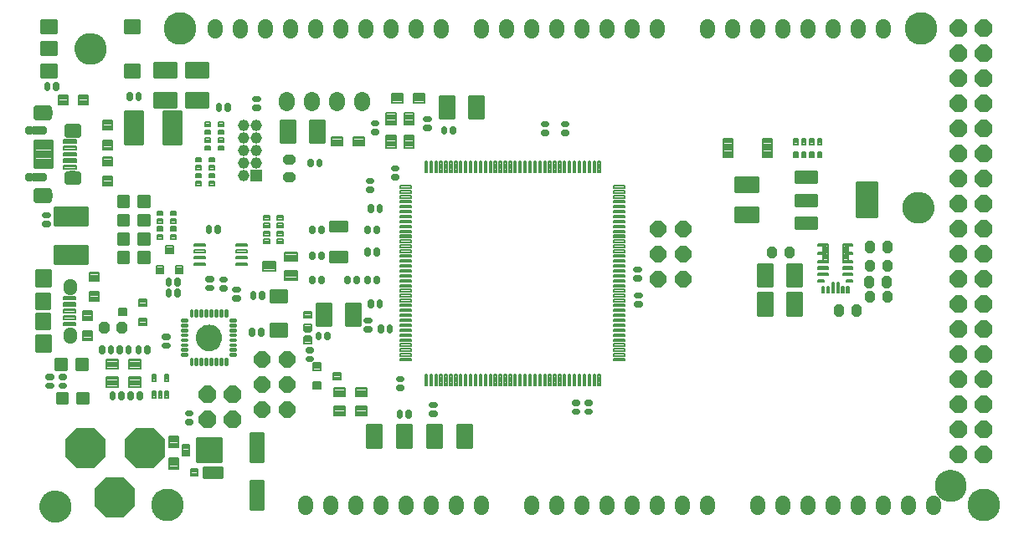
<source format=gts>
G04 EAGLE Gerber RS-274X export*
G75*
%MOMM*%
%FSLAX34Y34*%
%LPD*%
%INTop Solder Mask*%
%IPPOS*%
%AMOC8*
5,1,8,0,0,1.08239X$1,22.5*%
G01*
%ADD10C,3.301600*%
%ADD11P,1.787675X8X292.500000*%
%ADD12C,1.524000*%
%ADD13C,0.240253*%
%ADD14C,0.221272*%
%ADD15P,4.439531X8X202.500000*%
%ADD16P,4.439531X8X112.500000*%
%ADD17C,2.051600*%
%ADD18C,2.184400*%
%ADD19C,1.117600*%
%ADD20C,0.300237*%
%ADD21C,0.204469*%
%ADD22C,0.560831*%
%ADD23C,0.204544*%
%ADD24C,0.315334*%
%ADD25P,1.924489X8X292.500000*%
%ADD26C,0.204816*%
%ADD27C,0.216288*%
%ADD28C,0.224534*%
%ADD29C,0.322222*%
%ADD30C,0.198288*%
%ADD31C,0.820000*%
%ADD32C,0.207288*%
%ADD33C,0.208416*%
%ADD34C,0.255238*%
%ADD35C,0.201166*%
%ADD36C,0.200637*%
%ADD37C,1.358800*%
%ADD38C,0.294222*%
%ADD39C,1.371600*%
%ADD40C,0.616703*%
%ADD41C,0.544544*%
%ADD42C,0.951600*%
%ADD43C,0.324359*%
%ADD44P,1.787675X8X112.500000*%
%ADD45P,1.924489X8X202.500000*%
%ADD46C,0.343406*%
%ADD47C,0.198625*%
%ADD48C,0.207366*%
%ADD49R,1.158800X1.158800*%
%ADD50C,1.158800*%
%ADD51C,0.127000*%
%ADD52C,0.203463*%
%ADD53C,0.203200*%
%ADD54C,0.438150*%
%ADD55C,1.110994*%
%ADD56C,0.260094*%
%ADD57C,1.601600*%

G36*
X184125Y181933D02*
X184125Y181933D01*
X184168Y181945D01*
X184234Y181952D01*
X186372Y182525D01*
X186412Y182544D01*
X186476Y182563D01*
X188482Y183499D01*
X188519Y183524D01*
X188578Y183554D01*
X190391Y184824D01*
X190423Y184855D01*
X190476Y184895D01*
X192041Y186460D01*
X192067Y186497D01*
X192112Y186545D01*
X193382Y188358D01*
X193395Y188387D01*
X193413Y188408D01*
X193419Y188426D01*
X193437Y188454D01*
X194373Y190460D01*
X194384Y190503D01*
X194411Y190564D01*
X194984Y192703D01*
X194987Y192747D01*
X195003Y192811D01*
X195196Y195017D01*
X195192Y195061D01*
X195196Y195127D01*
X195003Y197333D01*
X194991Y197376D01*
X194984Y197442D01*
X194411Y199580D01*
X194392Y199620D01*
X194373Y199684D01*
X193437Y201690D01*
X193417Y201719D01*
X193409Y201738D01*
X193402Y201746D01*
X193382Y201786D01*
X192112Y203599D01*
X192081Y203631D01*
X192041Y203684D01*
X190476Y205249D01*
X190439Y205275D01*
X190391Y205320D01*
X188578Y206590D01*
X188537Y206609D01*
X188482Y206645D01*
X186476Y207581D01*
X186433Y207592D01*
X186372Y207619D01*
X184234Y208192D01*
X184189Y208195D01*
X184125Y208211D01*
X181919Y208404D01*
X181875Y208400D01*
X181809Y208404D01*
X179603Y208211D01*
X179560Y208199D01*
X179495Y208192D01*
X177356Y207619D01*
X177316Y207600D01*
X177252Y207581D01*
X175246Y206645D01*
X175209Y206620D01*
X175150Y206590D01*
X173337Y205320D01*
X173305Y205289D01*
X173252Y205249D01*
X171687Y203684D01*
X171661Y203647D01*
X171616Y203599D01*
X170346Y201786D01*
X170327Y201745D01*
X170308Y201716D01*
X170300Y201706D01*
X170298Y201701D01*
X170291Y201690D01*
X169355Y199684D01*
X169344Y199641D01*
X169317Y199580D01*
X168744Y197442D01*
X168741Y197397D01*
X168725Y197333D01*
X168532Y195127D01*
X168536Y195083D01*
X168532Y195017D01*
X168725Y192811D01*
X168737Y192768D01*
X168744Y192703D01*
X169317Y190564D01*
X169336Y190524D01*
X169355Y190460D01*
X170291Y188454D01*
X170316Y188417D01*
X170323Y188405D01*
X170334Y188376D01*
X170340Y188370D01*
X170346Y188358D01*
X171616Y186545D01*
X171647Y186513D01*
X171687Y186460D01*
X173252Y184895D01*
X173289Y184869D01*
X173337Y184824D01*
X175150Y183554D01*
X175191Y183535D01*
X175246Y183499D01*
X177252Y182563D01*
X177295Y182552D01*
X177356Y182525D01*
X179495Y181952D01*
X179539Y181949D01*
X179603Y181933D01*
X181809Y181740D01*
X181853Y181744D01*
X181919Y181740D01*
X184125Y181933D01*
G37*
D10*
X965200Y25400D03*
X152400Y508000D03*
X901700Y508000D03*
X139700Y25400D03*
D11*
X636270Y304800D03*
X661670Y304800D03*
X636270Y279400D03*
X661670Y279400D03*
X636270Y254000D03*
X661670Y254000D03*
D12*
X635000Y506222D02*
X635000Y509778D01*
X609600Y509778D02*
X609600Y506222D01*
X584200Y506222D02*
X584200Y509778D01*
X558800Y509778D02*
X558800Y506222D01*
X533400Y506222D02*
X533400Y509778D01*
X508000Y509778D02*
X508000Y506222D01*
X482600Y506222D02*
X482600Y509778D01*
X457200Y509778D02*
X457200Y506222D01*
X416560Y506222D02*
X416560Y509778D01*
X391160Y509778D02*
X391160Y506222D01*
X365760Y506222D02*
X365760Y509778D01*
X340360Y509778D02*
X340360Y506222D01*
X314960Y506222D02*
X314960Y509778D01*
X289560Y509778D02*
X289560Y506222D01*
X264160Y506222D02*
X264160Y509778D01*
X238760Y509778D02*
X238760Y506222D01*
X213360Y506222D02*
X213360Y509778D01*
X187960Y509778D02*
X187960Y506222D01*
D13*
X224071Y50251D02*
X224071Y21637D01*
X224071Y50251D02*
X236685Y50251D01*
X236685Y21637D01*
X224071Y21637D01*
X224071Y23920D02*
X236685Y23920D01*
X236685Y26203D02*
X224071Y26203D01*
X224071Y28486D02*
X236685Y28486D01*
X236685Y30769D02*
X224071Y30769D01*
X224071Y33052D02*
X236685Y33052D01*
X236685Y35335D02*
X224071Y35335D01*
X224071Y37618D02*
X236685Y37618D01*
X236685Y39901D02*
X224071Y39901D01*
X224071Y42184D02*
X236685Y42184D01*
X236685Y44467D02*
X224071Y44467D01*
X224071Y46750D02*
X236685Y46750D01*
X236685Y49033D02*
X224071Y49033D01*
X224071Y69637D02*
X224071Y98251D01*
X236685Y98251D01*
X236685Y69637D01*
X224071Y69637D01*
X224071Y71920D02*
X236685Y71920D01*
X236685Y74203D02*
X224071Y74203D01*
X224071Y76486D02*
X236685Y76486D01*
X236685Y78769D02*
X224071Y78769D01*
X224071Y81052D02*
X236685Y81052D01*
X236685Y83335D02*
X224071Y83335D01*
X224071Y85618D02*
X236685Y85618D01*
X236685Y87901D02*
X224071Y87901D01*
X224071Y90184D02*
X236685Y90184D01*
X236685Y92467D02*
X224071Y92467D01*
X224071Y94750D02*
X236685Y94750D01*
X236685Y97033D02*
X224071Y97033D01*
D14*
X121312Y271458D02*
X121312Y282262D01*
X121312Y271458D02*
X110508Y271458D01*
X110508Y282262D01*
X121312Y282262D01*
X121312Y273560D02*
X110508Y273560D01*
X110508Y275662D02*
X121312Y275662D01*
X121312Y277764D02*
X110508Y277764D01*
X110508Y279866D02*
X121312Y279866D01*
X121312Y281968D02*
X110508Y281968D01*
X100312Y282262D02*
X100312Y271458D01*
X89508Y271458D01*
X89508Y282262D01*
X100312Y282262D01*
X100312Y273560D02*
X89508Y273560D01*
X89508Y275662D02*
X100312Y275662D01*
X100312Y277764D02*
X89508Y277764D01*
X89508Y279866D02*
X100312Y279866D01*
X100312Y281968D02*
X89508Y281968D01*
D15*
X86868Y33020D03*
D16*
X116840Y83058D03*
X56896Y83058D03*
D17*
X94488Y33020D03*
X79248Y33020D03*
X56896Y75438D03*
X56896Y90678D03*
X116840Y75438D03*
X116840Y90678D03*
D18*
X894160Y326804D02*
X894162Y326945D01*
X894168Y327086D01*
X894178Y327226D01*
X894192Y327366D01*
X894210Y327506D01*
X894231Y327645D01*
X894257Y327784D01*
X894286Y327922D01*
X894320Y328058D01*
X894357Y328194D01*
X894398Y328329D01*
X894443Y328463D01*
X894492Y328595D01*
X894544Y328726D01*
X894600Y328855D01*
X894660Y328982D01*
X894723Y329108D01*
X894789Y329232D01*
X894860Y329355D01*
X894933Y329475D01*
X895010Y329593D01*
X895090Y329709D01*
X895174Y329822D01*
X895260Y329933D01*
X895350Y330042D01*
X895443Y330148D01*
X895538Y330251D01*
X895637Y330352D01*
X895738Y330450D01*
X895842Y330545D01*
X895949Y330637D01*
X896058Y330726D01*
X896170Y330811D01*
X896284Y330894D01*
X896400Y330974D01*
X896519Y331050D01*
X896640Y331122D01*
X896762Y331192D01*
X896887Y331257D01*
X897013Y331320D01*
X897141Y331378D01*
X897271Y331433D01*
X897402Y331485D01*
X897535Y331532D01*
X897669Y331576D01*
X897804Y331617D01*
X897940Y331653D01*
X898077Y331685D01*
X898215Y331714D01*
X898353Y331739D01*
X898493Y331759D01*
X898633Y331776D01*
X898773Y331789D01*
X898914Y331798D01*
X899054Y331803D01*
X899195Y331804D01*
X899336Y331801D01*
X899477Y331794D01*
X899617Y331783D01*
X899757Y331768D01*
X899897Y331749D01*
X900036Y331727D01*
X900174Y331700D01*
X900312Y331670D01*
X900448Y331635D01*
X900584Y331597D01*
X900718Y331555D01*
X900852Y331509D01*
X900984Y331460D01*
X901114Y331406D01*
X901243Y331349D01*
X901370Y331289D01*
X901496Y331225D01*
X901619Y331157D01*
X901741Y331086D01*
X901861Y331012D01*
X901978Y330934D01*
X902093Y330853D01*
X902206Y330769D01*
X902317Y330682D01*
X902425Y330591D01*
X902530Y330498D01*
X902633Y330401D01*
X902733Y330302D01*
X902830Y330200D01*
X902924Y330095D01*
X903015Y329988D01*
X903103Y329878D01*
X903188Y329766D01*
X903270Y329651D01*
X903349Y329534D01*
X903424Y329415D01*
X903496Y329294D01*
X903564Y329171D01*
X903629Y329046D01*
X903691Y328919D01*
X903748Y328790D01*
X903803Y328660D01*
X903853Y328529D01*
X903900Y328396D01*
X903943Y328262D01*
X903982Y328126D01*
X904017Y327990D01*
X904049Y327853D01*
X904076Y327715D01*
X904100Y327576D01*
X904120Y327436D01*
X904136Y327296D01*
X904148Y327156D01*
X904156Y327015D01*
X904160Y326874D01*
X904160Y326734D01*
X904156Y326593D01*
X904148Y326452D01*
X904136Y326312D01*
X904120Y326172D01*
X904100Y326032D01*
X904076Y325893D01*
X904049Y325755D01*
X904017Y325618D01*
X903982Y325482D01*
X903943Y325346D01*
X903900Y325212D01*
X903853Y325079D01*
X903803Y324948D01*
X903748Y324818D01*
X903691Y324689D01*
X903629Y324562D01*
X903564Y324437D01*
X903496Y324314D01*
X903424Y324193D01*
X903349Y324074D01*
X903270Y323957D01*
X903188Y323842D01*
X903103Y323730D01*
X903015Y323620D01*
X902924Y323513D01*
X902830Y323408D01*
X902733Y323306D01*
X902633Y323207D01*
X902530Y323110D01*
X902425Y323017D01*
X902317Y322926D01*
X902206Y322839D01*
X902093Y322755D01*
X901978Y322674D01*
X901861Y322596D01*
X901741Y322522D01*
X901619Y322451D01*
X901496Y322383D01*
X901370Y322319D01*
X901243Y322259D01*
X901114Y322202D01*
X900984Y322148D01*
X900852Y322099D01*
X900718Y322053D01*
X900584Y322011D01*
X900448Y321973D01*
X900312Y321938D01*
X900174Y321908D01*
X900036Y321881D01*
X899897Y321859D01*
X899757Y321840D01*
X899617Y321825D01*
X899477Y321814D01*
X899336Y321807D01*
X899195Y321804D01*
X899054Y321805D01*
X898914Y321810D01*
X898773Y321819D01*
X898633Y321832D01*
X898493Y321849D01*
X898353Y321869D01*
X898215Y321894D01*
X898077Y321923D01*
X897940Y321955D01*
X897804Y321991D01*
X897669Y322032D01*
X897535Y322076D01*
X897402Y322123D01*
X897271Y322175D01*
X897141Y322230D01*
X897013Y322288D01*
X896887Y322351D01*
X896762Y322416D01*
X896640Y322486D01*
X896519Y322558D01*
X896400Y322634D01*
X896284Y322714D01*
X896170Y322797D01*
X896058Y322882D01*
X895949Y322971D01*
X895842Y323063D01*
X895738Y323158D01*
X895637Y323256D01*
X895538Y323357D01*
X895443Y323460D01*
X895350Y323566D01*
X895260Y323675D01*
X895174Y323786D01*
X895090Y323899D01*
X895010Y324015D01*
X894933Y324133D01*
X894860Y324253D01*
X894789Y324376D01*
X894723Y324500D01*
X894660Y324626D01*
X894600Y324753D01*
X894544Y324882D01*
X894492Y325013D01*
X894443Y325145D01*
X894398Y325279D01*
X894357Y325414D01*
X894320Y325550D01*
X894286Y325686D01*
X894257Y325824D01*
X894231Y325963D01*
X894210Y326102D01*
X894192Y326242D01*
X894178Y326382D01*
X894168Y326522D01*
X894162Y326663D01*
X894160Y326804D01*
D19*
X899160Y326804D03*
D18*
X21670Y24130D02*
X21672Y24271D01*
X21678Y24412D01*
X21688Y24552D01*
X21702Y24692D01*
X21720Y24832D01*
X21741Y24971D01*
X21767Y25110D01*
X21796Y25248D01*
X21830Y25384D01*
X21867Y25520D01*
X21908Y25655D01*
X21953Y25789D01*
X22002Y25921D01*
X22054Y26052D01*
X22110Y26181D01*
X22170Y26308D01*
X22233Y26434D01*
X22299Y26558D01*
X22370Y26681D01*
X22443Y26801D01*
X22520Y26919D01*
X22600Y27035D01*
X22684Y27148D01*
X22770Y27259D01*
X22860Y27368D01*
X22953Y27474D01*
X23048Y27577D01*
X23147Y27678D01*
X23248Y27776D01*
X23352Y27871D01*
X23459Y27963D01*
X23568Y28052D01*
X23680Y28137D01*
X23794Y28220D01*
X23910Y28300D01*
X24029Y28376D01*
X24150Y28448D01*
X24272Y28518D01*
X24397Y28583D01*
X24523Y28646D01*
X24651Y28704D01*
X24781Y28759D01*
X24912Y28811D01*
X25045Y28858D01*
X25179Y28902D01*
X25314Y28943D01*
X25450Y28979D01*
X25587Y29011D01*
X25725Y29040D01*
X25863Y29065D01*
X26003Y29085D01*
X26143Y29102D01*
X26283Y29115D01*
X26424Y29124D01*
X26564Y29129D01*
X26705Y29130D01*
X26846Y29127D01*
X26987Y29120D01*
X27127Y29109D01*
X27267Y29094D01*
X27407Y29075D01*
X27546Y29053D01*
X27684Y29026D01*
X27822Y28996D01*
X27958Y28961D01*
X28094Y28923D01*
X28228Y28881D01*
X28362Y28835D01*
X28494Y28786D01*
X28624Y28732D01*
X28753Y28675D01*
X28880Y28615D01*
X29006Y28551D01*
X29129Y28483D01*
X29251Y28412D01*
X29371Y28338D01*
X29488Y28260D01*
X29603Y28179D01*
X29716Y28095D01*
X29827Y28008D01*
X29935Y27917D01*
X30040Y27824D01*
X30143Y27727D01*
X30243Y27628D01*
X30340Y27526D01*
X30434Y27421D01*
X30525Y27314D01*
X30613Y27204D01*
X30698Y27092D01*
X30780Y26977D01*
X30859Y26860D01*
X30934Y26741D01*
X31006Y26620D01*
X31074Y26497D01*
X31139Y26372D01*
X31201Y26245D01*
X31258Y26116D01*
X31313Y25986D01*
X31363Y25855D01*
X31410Y25722D01*
X31453Y25588D01*
X31492Y25452D01*
X31527Y25316D01*
X31559Y25179D01*
X31586Y25041D01*
X31610Y24902D01*
X31630Y24762D01*
X31646Y24622D01*
X31658Y24482D01*
X31666Y24341D01*
X31670Y24200D01*
X31670Y24060D01*
X31666Y23919D01*
X31658Y23778D01*
X31646Y23638D01*
X31630Y23498D01*
X31610Y23358D01*
X31586Y23219D01*
X31559Y23081D01*
X31527Y22944D01*
X31492Y22808D01*
X31453Y22672D01*
X31410Y22538D01*
X31363Y22405D01*
X31313Y22274D01*
X31258Y22144D01*
X31201Y22015D01*
X31139Y21888D01*
X31074Y21763D01*
X31006Y21640D01*
X30934Y21519D01*
X30859Y21400D01*
X30780Y21283D01*
X30698Y21168D01*
X30613Y21056D01*
X30525Y20946D01*
X30434Y20839D01*
X30340Y20734D01*
X30243Y20632D01*
X30143Y20533D01*
X30040Y20436D01*
X29935Y20343D01*
X29827Y20252D01*
X29716Y20165D01*
X29603Y20081D01*
X29488Y20000D01*
X29371Y19922D01*
X29251Y19848D01*
X29129Y19777D01*
X29006Y19709D01*
X28880Y19645D01*
X28753Y19585D01*
X28624Y19528D01*
X28494Y19474D01*
X28362Y19425D01*
X28228Y19379D01*
X28094Y19337D01*
X27958Y19299D01*
X27822Y19264D01*
X27684Y19234D01*
X27546Y19207D01*
X27407Y19185D01*
X27267Y19166D01*
X27127Y19151D01*
X26987Y19140D01*
X26846Y19133D01*
X26705Y19130D01*
X26564Y19131D01*
X26424Y19136D01*
X26283Y19145D01*
X26143Y19158D01*
X26003Y19175D01*
X25863Y19195D01*
X25725Y19220D01*
X25587Y19249D01*
X25450Y19281D01*
X25314Y19317D01*
X25179Y19358D01*
X25045Y19402D01*
X24912Y19449D01*
X24781Y19501D01*
X24651Y19556D01*
X24523Y19614D01*
X24397Y19677D01*
X24272Y19742D01*
X24150Y19812D01*
X24029Y19884D01*
X23910Y19960D01*
X23794Y20040D01*
X23680Y20123D01*
X23568Y20208D01*
X23459Y20297D01*
X23352Y20389D01*
X23248Y20484D01*
X23147Y20582D01*
X23048Y20683D01*
X22953Y20786D01*
X22860Y20892D01*
X22770Y21001D01*
X22684Y21112D01*
X22600Y21225D01*
X22520Y21341D01*
X22443Y21459D01*
X22370Y21579D01*
X22299Y21702D01*
X22233Y21826D01*
X22170Y21952D01*
X22110Y22079D01*
X22054Y22208D01*
X22002Y22339D01*
X21953Y22471D01*
X21908Y22605D01*
X21867Y22740D01*
X21830Y22876D01*
X21796Y23012D01*
X21767Y23150D01*
X21741Y23289D01*
X21720Y23428D01*
X21702Y23568D01*
X21688Y23708D01*
X21678Y23848D01*
X21672Y23989D01*
X21670Y24130D01*
D19*
X26670Y24130D03*
D18*
X57230Y487680D02*
X57232Y487821D01*
X57238Y487962D01*
X57248Y488102D01*
X57262Y488242D01*
X57280Y488382D01*
X57301Y488521D01*
X57327Y488660D01*
X57356Y488798D01*
X57390Y488934D01*
X57427Y489070D01*
X57468Y489205D01*
X57513Y489339D01*
X57562Y489471D01*
X57614Y489602D01*
X57670Y489731D01*
X57730Y489858D01*
X57793Y489984D01*
X57859Y490108D01*
X57930Y490231D01*
X58003Y490351D01*
X58080Y490469D01*
X58160Y490585D01*
X58244Y490698D01*
X58330Y490809D01*
X58420Y490918D01*
X58513Y491024D01*
X58608Y491127D01*
X58707Y491228D01*
X58808Y491326D01*
X58912Y491421D01*
X59019Y491513D01*
X59128Y491602D01*
X59240Y491687D01*
X59354Y491770D01*
X59470Y491850D01*
X59589Y491926D01*
X59710Y491998D01*
X59832Y492068D01*
X59957Y492133D01*
X60083Y492196D01*
X60211Y492254D01*
X60341Y492309D01*
X60472Y492361D01*
X60605Y492408D01*
X60739Y492452D01*
X60874Y492493D01*
X61010Y492529D01*
X61147Y492561D01*
X61285Y492590D01*
X61423Y492615D01*
X61563Y492635D01*
X61703Y492652D01*
X61843Y492665D01*
X61984Y492674D01*
X62124Y492679D01*
X62265Y492680D01*
X62406Y492677D01*
X62547Y492670D01*
X62687Y492659D01*
X62827Y492644D01*
X62967Y492625D01*
X63106Y492603D01*
X63244Y492576D01*
X63382Y492546D01*
X63518Y492511D01*
X63654Y492473D01*
X63788Y492431D01*
X63922Y492385D01*
X64054Y492336D01*
X64184Y492282D01*
X64313Y492225D01*
X64440Y492165D01*
X64566Y492101D01*
X64689Y492033D01*
X64811Y491962D01*
X64931Y491888D01*
X65048Y491810D01*
X65163Y491729D01*
X65276Y491645D01*
X65387Y491558D01*
X65495Y491467D01*
X65600Y491374D01*
X65703Y491277D01*
X65803Y491178D01*
X65900Y491076D01*
X65994Y490971D01*
X66085Y490864D01*
X66173Y490754D01*
X66258Y490642D01*
X66340Y490527D01*
X66419Y490410D01*
X66494Y490291D01*
X66566Y490170D01*
X66634Y490047D01*
X66699Y489922D01*
X66761Y489795D01*
X66818Y489666D01*
X66873Y489536D01*
X66923Y489405D01*
X66970Y489272D01*
X67013Y489138D01*
X67052Y489002D01*
X67087Y488866D01*
X67119Y488729D01*
X67146Y488591D01*
X67170Y488452D01*
X67190Y488312D01*
X67206Y488172D01*
X67218Y488032D01*
X67226Y487891D01*
X67230Y487750D01*
X67230Y487610D01*
X67226Y487469D01*
X67218Y487328D01*
X67206Y487188D01*
X67190Y487048D01*
X67170Y486908D01*
X67146Y486769D01*
X67119Y486631D01*
X67087Y486494D01*
X67052Y486358D01*
X67013Y486222D01*
X66970Y486088D01*
X66923Y485955D01*
X66873Y485824D01*
X66818Y485694D01*
X66761Y485565D01*
X66699Y485438D01*
X66634Y485313D01*
X66566Y485190D01*
X66494Y485069D01*
X66419Y484950D01*
X66340Y484833D01*
X66258Y484718D01*
X66173Y484606D01*
X66085Y484496D01*
X65994Y484389D01*
X65900Y484284D01*
X65803Y484182D01*
X65703Y484083D01*
X65600Y483986D01*
X65495Y483893D01*
X65387Y483802D01*
X65276Y483715D01*
X65163Y483631D01*
X65048Y483550D01*
X64931Y483472D01*
X64811Y483398D01*
X64689Y483327D01*
X64566Y483259D01*
X64440Y483195D01*
X64313Y483135D01*
X64184Y483078D01*
X64054Y483024D01*
X63922Y482975D01*
X63788Y482929D01*
X63654Y482887D01*
X63518Y482849D01*
X63382Y482814D01*
X63244Y482784D01*
X63106Y482757D01*
X62967Y482735D01*
X62827Y482716D01*
X62687Y482701D01*
X62547Y482690D01*
X62406Y482683D01*
X62265Y482680D01*
X62124Y482681D01*
X61984Y482686D01*
X61843Y482695D01*
X61703Y482708D01*
X61563Y482725D01*
X61423Y482745D01*
X61285Y482770D01*
X61147Y482799D01*
X61010Y482831D01*
X60874Y482867D01*
X60739Y482908D01*
X60605Y482952D01*
X60472Y482999D01*
X60341Y483051D01*
X60211Y483106D01*
X60083Y483164D01*
X59957Y483227D01*
X59832Y483292D01*
X59710Y483362D01*
X59589Y483434D01*
X59470Y483510D01*
X59354Y483590D01*
X59240Y483673D01*
X59128Y483758D01*
X59019Y483847D01*
X58912Y483939D01*
X58808Y484034D01*
X58707Y484132D01*
X58608Y484233D01*
X58513Y484336D01*
X58420Y484442D01*
X58330Y484551D01*
X58244Y484662D01*
X58160Y484775D01*
X58080Y484891D01*
X58003Y485009D01*
X57930Y485129D01*
X57859Y485252D01*
X57793Y485376D01*
X57730Y485502D01*
X57670Y485629D01*
X57614Y485758D01*
X57562Y485889D01*
X57513Y486021D01*
X57468Y486155D01*
X57427Y486290D01*
X57390Y486426D01*
X57356Y486562D01*
X57327Y486700D01*
X57301Y486839D01*
X57280Y486978D01*
X57262Y487118D01*
X57248Y487258D01*
X57238Y487398D01*
X57232Y487539D01*
X57230Y487680D01*
D19*
X62230Y487680D03*
D12*
X279400Y27178D02*
X279400Y23622D01*
X304800Y23622D02*
X304800Y27178D01*
X330200Y27178D02*
X330200Y23622D01*
X355600Y23622D02*
X355600Y27178D01*
X381000Y27178D02*
X381000Y23622D01*
X406400Y23622D02*
X406400Y27178D01*
X431800Y27178D02*
X431800Y23622D01*
X457200Y23622D02*
X457200Y27178D01*
X508000Y27178D02*
X508000Y23622D01*
X533400Y23622D02*
X533400Y27178D01*
X558800Y27178D02*
X558800Y23622D01*
X584200Y23622D02*
X584200Y27178D01*
X609600Y27178D02*
X609600Y23622D01*
X635000Y23622D02*
X635000Y27178D01*
X660400Y27178D02*
X660400Y23622D01*
X685800Y23622D02*
X685800Y27178D01*
X685800Y506222D02*
X685800Y509778D01*
X711200Y509778D02*
X711200Y506222D01*
X736600Y506222D02*
X736600Y509778D01*
X762000Y509778D02*
X762000Y506222D01*
X787400Y506222D02*
X787400Y509778D01*
X812800Y509778D02*
X812800Y506222D01*
X838200Y506222D02*
X838200Y509778D01*
X863600Y509778D02*
X863600Y506222D01*
X736600Y27178D02*
X736600Y23622D01*
X762000Y23622D02*
X762000Y27178D01*
X787400Y27178D02*
X787400Y23622D01*
X812800Y23622D02*
X812800Y27178D01*
X838200Y27178D02*
X838200Y23622D01*
X863600Y23622D02*
X863600Y27178D01*
X889000Y27178D02*
X889000Y23622D01*
X914400Y23622D02*
X914400Y27178D01*
D14*
X121312Y327846D02*
X121312Y338650D01*
X121312Y327846D02*
X110508Y327846D01*
X110508Y338650D01*
X121312Y338650D01*
X121312Y329948D02*
X110508Y329948D01*
X110508Y332050D02*
X121312Y332050D01*
X121312Y334152D02*
X110508Y334152D01*
X110508Y336254D02*
X121312Y336254D01*
X121312Y338356D02*
X110508Y338356D01*
X100312Y338650D02*
X100312Y327846D01*
X89508Y327846D01*
X89508Y338650D01*
X100312Y338650D01*
X100312Y329948D02*
X89508Y329948D01*
X89508Y332050D02*
X100312Y332050D01*
X100312Y334152D02*
X89508Y334152D01*
X89508Y336254D02*
X100312Y336254D01*
X100312Y338356D02*
X89508Y338356D01*
X121312Y319854D02*
X121312Y309050D01*
X110508Y309050D01*
X110508Y319854D01*
X121312Y319854D01*
X121312Y311152D02*
X110508Y311152D01*
X110508Y313254D02*
X121312Y313254D01*
X121312Y315356D02*
X110508Y315356D01*
X110508Y317458D02*
X121312Y317458D01*
X121312Y319560D02*
X110508Y319560D01*
X100312Y319854D02*
X100312Y309050D01*
X89508Y309050D01*
X89508Y319854D01*
X100312Y319854D01*
X100312Y311152D02*
X89508Y311152D01*
X89508Y313254D02*
X100312Y313254D01*
X100312Y315356D02*
X89508Y315356D01*
X89508Y317458D02*
X100312Y317458D01*
X100312Y319560D02*
X89508Y319560D01*
D20*
X136469Y423931D02*
X153483Y423931D01*
X153483Y391917D01*
X136469Y391917D01*
X136469Y423931D01*
X136469Y394769D02*
X153483Y394769D01*
X153483Y397621D02*
X136469Y397621D01*
X136469Y400473D02*
X153483Y400473D01*
X153483Y403325D02*
X136469Y403325D01*
X136469Y406177D02*
X153483Y406177D01*
X153483Y409029D02*
X136469Y409029D01*
X136469Y411881D02*
X153483Y411881D01*
X153483Y414733D02*
X136469Y414733D01*
X136469Y417585D02*
X153483Y417585D01*
X153483Y420437D02*
X136469Y420437D01*
X136469Y423289D02*
X153483Y423289D01*
X114483Y423931D02*
X97469Y423931D01*
X114483Y423931D02*
X114483Y391917D01*
X97469Y391917D01*
X97469Y423931D01*
X97469Y394769D02*
X114483Y394769D01*
X114483Y397621D02*
X97469Y397621D01*
X97469Y400473D02*
X114483Y400473D01*
X114483Y403325D02*
X97469Y403325D01*
X97469Y406177D02*
X114483Y406177D01*
X114483Y409029D02*
X97469Y409029D01*
X97469Y411881D02*
X114483Y411881D01*
X114483Y414733D02*
X97469Y414733D01*
X97469Y417585D02*
X114483Y417585D01*
X114483Y420437D02*
X97469Y420437D01*
X97469Y423289D02*
X114483Y423289D01*
D14*
X121312Y301058D02*
X121312Y290254D01*
X110508Y290254D01*
X110508Y301058D01*
X121312Y301058D01*
X121312Y292356D02*
X110508Y292356D01*
X110508Y294458D02*
X121312Y294458D01*
X121312Y296560D02*
X110508Y296560D01*
X110508Y298662D02*
X121312Y298662D01*
X121312Y300764D02*
X110508Y300764D01*
X100312Y301058D02*
X100312Y290254D01*
X89508Y290254D01*
X89508Y301058D01*
X100312Y301058D01*
X100312Y292356D02*
X89508Y292356D01*
X89508Y294458D02*
X100312Y294458D01*
X100312Y296560D02*
X89508Y296560D01*
X89508Y298662D02*
X100312Y298662D01*
X100312Y300764D02*
X89508Y300764D01*
D21*
X138563Y288157D02*
X145409Y288157D01*
X145409Y280295D01*
X138563Y280295D01*
X138563Y288157D01*
X138563Y282238D02*
X145409Y282238D01*
X145409Y284181D02*
X138563Y284181D01*
X138563Y286124D02*
X145409Y286124D01*
X145409Y288067D02*
X138563Y288067D01*
X148215Y267837D02*
X155061Y267837D01*
X155061Y259975D01*
X148215Y259975D01*
X148215Y267837D01*
X148215Y261918D02*
X155061Y261918D01*
X155061Y263861D02*
X148215Y263861D01*
X148215Y265804D02*
X155061Y265804D01*
X155061Y267747D02*
X148215Y267747D01*
X135757Y267837D02*
X128911Y267837D01*
X135757Y267837D02*
X135757Y259975D01*
X128911Y259975D01*
X128911Y267837D01*
X128911Y261918D02*
X135757Y261918D01*
X135757Y263861D02*
X128911Y263861D01*
X128911Y265804D02*
X135757Y265804D01*
X135757Y267747D02*
X128911Y267747D01*
D22*
X189875Y306568D02*
X190363Y306568D01*
X190363Y303540D01*
X189875Y303540D01*
X189875Y306568D01*
X181473Y306568D02*
X180985Y306568D01*
X181473Y306568D02*
X181473Y303540D01*
X180985Y303540D01*
X180985Y306568D01*
X183632Y245989D02*
X183632Y245501D01*
X180604Y245501D01*
X180604Y245989D01*
X183632Y245989D01*
X183632Y254391D02*
X183632Y254879D01*
X183632Y254391D02*
X180604Y254391D01*
X180604Y254879D01*
X183632Y254879D01*
D23*
X237402Y314814D02*
X237402Y318786D01*
X242874Y318786D01*
X242874Y314814D01*
X237402Y314814D01*
X237402Y316757D02*
X242874Y316757D01*
X242874Y318700D02*
X237402Y318700D01*
X237402Y310786D02*
X237402Y306814D01*
X237402Y310786D02*
X242874Y310786D01*
X242874Y306814D01*
X237402Y306814D01*
X237402Y308757D02*
X242874Y308757D01*
X242874Y310700D02*
X237402Y310700D01*
X237402Y302786D02*
X237402Y298814D01*
X237402Y302786D02*
X242874Y302786D01*
X242874Y298814D01*
X237402Y298814D01*
X237402Y300757D02*
X242874Y300757D01*
X242874Y302700D02*
X237402Y302700D01*
X237402Y294786D02*
X237402Y290814D01*
X237402Y294786D02*
X242874Y294786D01*
X242874Y290814D01*
X237402Y290814D01*
X237402Y292757D02*
X242874Y292757D01*
X242874Y294700D02*
X237402Y294700D01*
X250902Y294786D02*
X250902Y290814D01*
X250902Y294786D02*
X256374Y294786D01*
X256374Y290814D01*
X250902Y290814D01*
X250902Y292757D02*
X256374Y292757D01*
X256374Y294700D02*
X250902Y294700D01*
X250902Y298814D02*
X250902Y302786D01*
X256374Y302786D01*
X256374Y298814D01*
X250902Y298814D01*
X250902Y300757D02*
X256374Y300757D01*
X256374Y302700D02*
X250902Y302700D01*
X250902Y306814D02*
X250902Y310786D01*
X256374Y310786D01*
X256374Y306814D01*
X250902Y306814D01*
X250902Y308757D02*
X256374Y308757D01*
X256374Y310700D02*
X250902Y310700D01*
X250902Y314814D02*
X250902Y318786D01*
X256374Y318786D01*
X256374Y314814D01*
X250902Y314814D01*
X250902Y316757D02*
X256374Y316757D01*
X256374Y318700D02*
X250902Y318700D01*
X129452Y319386D02*
X129452Y323358D01*
X134924Y323358D01*
X134924Y319386D01*
X129452Y319386D01*
X129452Y321329D02*
X134924Y321329D01*
X134924Y323272D02*
X129452Y323272D01*
X129452Y315358D02*
X129452Y311386D01*
X129452Y315358D02*
X134924Y315358D01*
X134924Y311386D01*
X129452Y311386D01*
X129452Y313329D02*
X134924Y313329D01*
X134924Y315272D02*
X129452Y315272D01*
X129452Y307358D02*
X129452Y303386D01*
X129452Y307358D02*
X134924Y307358D01*
X134924Y303386D01*
X129452Y303386D01*
X129452Y305329D02*
X134924Y305329D01*
X134924Y307272D02*
X129452Y307272D01*
X129452Y299358D02*
X129452Y295386D01*
X129452Y299358D02*
X134924Y299358D01*
X134924Y295386D01*
X129452Y295386D01*
X129452Y297329D02*
X134924Y297329D01*
X134924Y299272D02*
X129452Y299272D01*
X142952Y299358D02*
X142952Y295386D01*
X142952Y299358D02*
X148424Y299358D01*
X148424Y295386D01*
X142952Y295386D01*
X142952Y297329D02*
X148424Y297329D01*
X148424Y299272D02*
X142952Y299272D01*
X142952Y303386D02*
X142952Y307358D01*
X148424Y307358D01*
X148424Y303386D01*
X142952Y303386D01*
X142952Y305329D02*
X148424Y305329D01*
X148424Y307272D02*
X142952Y307272D01*
X142952Y311386D02*
X142952Y315358D01*
X148424Y315358D01*
X148424Y311386D01*
X142952Y311386D01*
X142952Y313329D02*
X148424Y313329D01*
X148424Y315272D02*
X142952Y315272D01*
X142952Y319386D02*
X142952Y323358D01*
X148424Y323358D01*
X148424Y319386D01*
X142952Y319386D01*
X142952Y321329D02*
X148424Y321329D01*
X148424Y323272D02*
X142952Y323272D01*
D18*
X926926Y44958D02*
X926928Y45099D01*
X926934Y45240D01*
X926944Y45380D01*
X926958Y45520D01*
X926976Y45660D01*
X926997Y45799D01*
X927023Y45938D01*
X927052Y46076D01*
X927086Y46212D01*
X927123Y46348D01*
X927164Y46483D01*
X927209Y46617D01*
X927258Y46749D01*
X927310Y46880D01*
X927366Y47009D01*
X927426Y47136D01*
X927489Y47262D01*
X927555Y47386D01*
X927626Y47509D01*
X927699Y47629D01*
X927776Y47747D01*
X927856Y47863D01*
X927940Y47976D01*
X928026Y48087D01*
X928116Y48196D01*
X928209Y48302D01*
X928304Y48405D01*
X928403Y48506D01*
X928504Y48604D01*
X928608Y48699D01*
X928715Y48791D01*
X928824Y48880D01*
X928936Y48965D01*
X929050Y49048D01*
X929166Y49128D01*
X929285Y49204D01*
X929406Y49276D01*
X929528Y49346D01*
X929653Y49411D01*
X929779Y49474D01*
X929907Y49532D01*
X930037Y49587D01*
X930168Y49639D01*
X930301Y49686D01*
X930435Y49730D01*
X930570Y49771D01*
X930706Y49807D01*
X930843Y49839D01*
X930981Y49868D01*
X931119Y49893D01*
X931259Y49913D01*
X931399Y49930D01*
X931539Y49943D01*
X931680Y49952D01*
X931820Y49957D01*
X931961Y49958D01*
X932102Y49955D01*
X932243Y49948D01*
X932383Y49937D01*
X932523Y49922D01*
X932663Y49903D01*
X932802Y49881D01*
X932940Y49854D01*
X933078Y49824D01*
X933214Y49789D01*
X933350Y49751D01*
X933484Y49709D01*
X933618Y49663D01*
X933750Y49614D01*
X933880Y49560D01*
X934009Y49503D01*
X934136Y49443D01*
X934262Y49379D01*
X934385Y49311D01*
X934507Y49240D01*
X934627Y49166D01*
X934744Y49088D01*
X934859Y49007D01*
X934972Y48923D01*
X935083Y48836D01*
X935191Y48745D01*
X935296Y48652D01*
X935399Y48555D01*
X935499Y48456D01*
X935596Y48354D01*
X935690Y48249D01*
X935781Y48142D01*
X935869Y48032D01*
X935954Y47920D01*
X936036Y47805D01*
X936115Y47688D01*
X936190Y47569D01*
X936262Y47448D01*
X936330Y47325D01*
X936395Y47200D01*
X936457Y47073D01*
X936514Y46944D01*
X936569Y46814D01*
X936619Y46683D01*
X936666Y46550D01*
X936709Y46416D01*
X936748Y46280D01*
X936783Y46144D01*
X936815Y46007D01*
X936842Y45869D01*
X936866Y45730D01*
X936886Y45590D01*
X936902Y45450D01*
X936914Y45310D01*
X936922Y45169D01*
X936926Y45028D01*
X936926Y44888D01*
X936922Y44747D01*
X936914Y44606D01*
X936902Y44466D01*
X936886Y44326D01*
X936866Y44186D01*
X936842Y44047D01*
X936815Y43909D01*
X936783Y43772D01*
X936748Y43636D01*
X936709Y43500D01*
X936666Y43366D01*
X936619Y43233D01*
X936569Y43102D01*
X936514Y42972D01*
X936457Y42843D01*
X936395Y42716D01*
X936330Y42591D01*
X936262Y42468D01*
X936190Y42347D01*
X936115Y42228D01*
X936036Y42111D01*
X935954Y41996D01*
X935869Y41884D01*
X935781Y41774D01*
X935690Y41667D01*
X935596Y41562D01*
X935499Y41460D01*
X935399Y41361D01*
X935296Y41264D01*
X935191Y41171D01*
X935083Y41080D01*
X934972Y40993D01*
X934859Y40909D01*
X934744Y40828D01*
X934627Y40750D01*
X934507Y40676D01*
X934385Y40605D01*
X934262Y40537D01*
X934136Y40473D01*
X934009Y40413D01*
X933880Y40356D01*
X933750Y40302D01*
X933618Y40253D01*
X933484Y40207D01*
X933350Y40165D01*
X933214Y40127D01*
X933078Y40092D01*
X932940Y40062D01*
X932802Y40035D01*
X932663Y40013D01*
X932523Y39994D01*
X932383Y39979D01*
X932243Y39968D01*
X932102Y39961D01*
X931961Y39958D01*
X931820Y39959D01*
X931680Y39964D01*
X931539Y39973D01*
X931399Y39986D01*
X931259Y40003D01*
X931119Y40023D01*
X930981Y40048D01*
X930843Y40077D01*
X930706Y40109D01*
X930570Y40145D01*
X930435Y40186D01*
X930301Y40230D01*
X930168Y40277D01*
X930037Y40329D01*
X929907Y40384D01*
X929779Y40442D01*
X929653Y40505D01*
X929528Y40570D01*
X929406Y40640D01*
X929285Y40712D01*
X929166Y40788D01*
X929050Y40868D01*
X928936Y40951D01*
X928824Y41036D01*
X928715Y41125D01*
X928608Y41217D01*
X928504Y41312D01*
X928403Y41410D01*
X928304Y41511D01*
X928209Y41614D01*
X928116Y41720D01*
X928026Y41829D01*
X927940Y41940D01*
X927856Y42053D01*
X927776Y42169D01*
X927699Y42287D01*
X927626Y42407D01*
X927555Y42530D01*
X927489Y42654D01*
X927426Y42780D01*
X927366Y42907D01*
X927310Y43036D01*
X927258Y43167D01*
X927209Y43299D01*
X927164Y43433D01*
X927123Y43568D01*
X927086Y43704D01*
X927052Y43840D01*
X927023Y43978D01*
X926997Y44117D01*
X926976Y44256D01*
X926958Y44396D01*
X926944Y44536D01*
X926934Y44676D01*
X926928Y44817D01*
X926926Y44958D01*
D19*
X931926Y44958D03*
D24*
X27162Y504248D02*
X13298Y504248D01*
X13298Y516112D01*
X27162Y516112D01*
X27162Y504248D01*
X27162Y507243D02*
X13298Y507243D01*
X13298Y510238D02*
X27162Y510238D01*
X27162Y513233D02*
X13298Y513233D01*
X97298Y504248D02*
X111162Y504248D01*
X97298Y504248D02*
X97298Y516112D01*
X111162Y516112D01*
X111162Y504248D01*
X111162Y507243D02*
X97298Y507243D01*
X97298Y510238D02*
X111162Y510238D01*
X111162Y513233D02*
X97298Y513233D01*
X27162Y459248D02*
X13298Y459248D01*
X13298Y471112D01*
X27162Y471112D01*
X27162Y459248D01*
X27162Y462243D02*
X13298Y462243D01*
X13298Y465238D02*
X27162Y465238D01*
X27162Y468233D02*
X13298Y468233D01*
X97298Y459248D02*
X111162Y459248D01*
X97298Y459248D02*
X97298Y471112D01*
X111162Y471112D01*
X111162Y459248D01*
X111162Y462243D02*
X97298Y462243D01*
X97298Y465238D02*
X111162Y465238D01*
X111162Y468233D02*
X97298Y468233D01*
X27162Y481748D02*
X13298Y481748D01*
X13298Y493612D01*
X27162Y493612D01*
X27162Y481748D01*
X27162Y484743D02*
X13298Y484743D01*
X13298Y487738D02*
X27162Y487738D01*
X27162Y490733D02*
X13298Y490733D01*
D23*
X196938Y389274D02*
X196938Y385302D01*
X191466Y385302D01*
X191466Y389274D01*
X196938Y389274D01*
X196938Y387245D02*
X191466Y387245D01*
X191466Y389188D02*
X196938Y389188D01*
X196938Y393302D02*
X196938Y397274D01*
X196938Y393302D02*
X191466Y393302D01*
X191466Y397274D01*
X196938Y397274D01*
X196938Y395245D02*
X191466Y395245D01*
X191466Y397188D02*
X196938Y397188D01*
X196938Y401302D02*
X196938Y405274D01*
X196938Y401302D02*
X191466Y401302D01*
X191466Y405274D01*
X196938Y405274D01*
X196938Y403245D02*
X191466Y403245D01*
X191466Y405188D02*
X196938Y405188D01*
X196938Y409302D02*
X196938Y413274D01*
X196938Y409302D02*
X191466Y409302D01*
X191466Y413274D01*
X196938Y413274D01*
X196938Y411245D02*
X191466Y411245D01*
X191466Y413188D02*
X196938Y413188D01*
X183438Y413274D02*
X183438Y409302D01*
X177966Y409302D01*
X177966Y413274D01*
X183438Y413274D01*
X183438Y411245D02*
X177966Y411245D01*
X177966Y413188D02*
X183438Y413188D01*
X183438Y405274D02*
X183438Y401302D01*
X177966Y401302D01*
X177966Y405274D01*
X183438Y405274D01*
X183438Y403245D02*
X177966Y403245D01*
X177966Y405188D02*
X183438Y405188D01*
X183438Y397274D02*
X183438Y393302D01*
X177966Y393302D01*
X177966Y397274D01*
X183438Y397274D01*
X183438Y395245D02*
X177966Y395245D01*
X177966Y397188D02*
X183438Y397188D01*
X183438Y389274D02*
X183438Y385302D01*
X177966Y385302D01*
X177966Y389274D01*
X183438Y389274D01*
X183438Y387245D02*
X177966Y387245D01*
X177966Y389188D02*
X183438Y389188D01*
D25*
X939800Y508000D03*
X965200Y508000D03*
X939800Y482600D03*
X965200Y482600D03*
X939800Y457200D03*
X965200Y457200D03*
X939800Y431800D03*
X965200Y431800D03*
X939800Y406400D03*
X965200Y406400D03*
X939800Y381000D03*
X965200Y381000D03*
X939800Y355600D03*
X965200Y355600D03*
X939800Y330200D03*
X965200Y330200D03*
X939800Y304800D03*
X965200Y304800D03*
X939800Y279400D03*
X965200Y279400D03*
X939800Y254000D03*
X965200Y254000D03*
X939800Y228600D03*
X965200Y228600D03*
X939800Y203200D03*
X965200Y203200D03*
X939800Y177800D03*
X965200Y177800D03*
X939800Y152400D03*
X965200Y152400D03*
X939800Y127000D03*
X965200Y127000D03*
X939800Y101600D03*
X965200Y101600D03*
X939800Y76200D03*
X965200Y76200D03*
D26*
X220162Y268656D02*
X220162Y270624D01*
X220162Y268656D02*
X209194Y268656D01*
X209194Y270624D01*
X220162Y270624D01*
X220162Y270602D02*
X209194Y270602D01*
X220162Y275156D02*
X220162Y277124D01*
X220162Y275156D02*
X209194Y275156D01*
X209194Y277124D01*
X220162Y277124D01*
X220162Y277102D02*
X209194Y277102D01*
X220162Y281656D02*
X220162Y283624D01*
X220162Y281656D02*
X209194Y281656D01*
X209194Y283624D01*
X220162Y283624D01*
X220162Y283602D02*
X209194Y283602D01*
X220162Y288156D02*
X220162Y290124D01*
X220162Y288156D02*
X209194Y288156D01*
X209194Y290124D01*
X220162Y290124D01*
X220162Y290102D02*
X209194Y290102D01*
X177912Y290124D02*
X177912Y288156D01*
X166944Y288156D01*
X166944Y290124D01*
X177912Y290124D01*
X177912Y290102D02*
X166944Y290102D01*
X177912Y283624D02*
X177912Y281656D01*
X166944Y281656D01*
X166944Y283624D01*
X177912Y283624D01*
X177912Y283602D02*
X166944Y283602D01*
X177912Y277124D02*
X177912Y275156D01*
X166944Y275156D01*
X166944Y277124D01*
X177912Y277124D01*
X177912Y277102D02*
X166944Y277102D01*
X177912Y270624D02*
X177912Y268656D01*
X166944Y268656D01*
X166944Y270624D01*
X177912Y270624D01*
X177912Y270602D02*
X166944Y270602D01*
D27*
X304501Y282035D02*
X321355Y282035D01*
X321355Y272181D01*
X304501Y272181D01*
X304501Y282035D01*
X304501Y274236D02*
X321355Y274236D01*
X321355Y276291D02*
X304501Y276291D01*
X304501Y278346D02*
X321355Y278346D01*
X321355Y280401D02*
X304501Y280401D01*
X304501Y313035D02*
X321355Y313035D01*
X321355Y303181D01*
X304501Y303181D01*
X304501Y313035D01*
X304501Y305236D02*
X321355Y305236D01*
X321355Y307291D02*
X304501Y307291D01*
X304501Y309346D02*
X321355Y309346D01*
X321355Y311401D02*
X304501Y311401D01*
D22*
X295265Y279898D02*
X294777Y279898D01*
X295265Y279898D02*
X295265Y276870D01*
X294777Y276870D01*
X294777Y279898D01*
X286375Y279898D02*
X285887Y279898D01*
X286375Y279898D02*
X286375Y276870D01*
X285887Y276870D01*
X285887Y279898D01*
X294777Y306314D02*
X295265Y306314D01*
X295265Y303286D01*
X294777Y303286D01*
X294777Y306314D01*
X286375Y306314D02*
X285887Y306314D01*
X286375Y306314D02*
X286375Y303286D01*
X285887Y303286D01*
X285887Y306314D01*
D28*
X774806Y352404D02*
X774806Y363368D01*
X795930Y363368D01*
X795930Y352404D01*
X774806Y352404D01*
X774806Y354537D02*
X795930Y354537D01*
X795930Y356670D02*
X774806Y356670D01*
X774806Y358803D02*
X795930Y358803D01*
X795930Y360936D02*
X774806Y360936D01*
X774806Y363069D02*
X795930Y363069D01*
X774806Y340254D02*
X774806Y329290D01*
X774806Y340254D02*
X795930Y340254D01*
X795930Y329290D01*
X774806Y329290D01*
X774806Y331423D02*
X795930Y331423D01*
X795930Y333556D02*
X774806Y333556D01*
X774806Y335689D02*
X795930Y335689D01*
X795930Y337822D02*
X774806Y337822D01*
X774806Y339955D02*
X795930Y339955D01*
X774806Y317140D02*
X774806Y306176D01*
X774806Y317140D02*
X795930Y317140D01*
X795930Y306176D01*
X774806Y306176D01*
X774806Y308309D02*
X795930Y308309D01*
X795930Y310442D02*
X774806Y310442D01*
X774806Y312575D02*
X795930Y312575D01*
X795930Y314708D02*
X774806Y314708D01*
X774806Y316841D02*
X795930Y316841D01*
D29*
X837449Y317875D02*
X837449Y351669D01*
X857243Y351669D01*
X857243Y317875D01*
X837449Y317875D01*
X837449Y320936D02*
X857243Y320936D01*
X857243Y323997D02*
X837449Y323997D01*
X837449Y327058D02*
X857243Y327058D01*
X857243Y330119D02*
X837449Y330119D01*
X837449Y333180D02*
X857243Y333180D01*
X857243Y336241D02*
X837449Y336241D01*
X837449Y339302D02*
X857243Y339302D01*
X857243Y342363D02*
X837449Y342363D01*
X837449Y345424D02*
X857243Y345424D01*
X857243Y348485D02*
X837449Y348485D01*
X837449Y351546D02*
X857243Y351546D01*
D22*
X351018Y403743D02*
X351018Y404231D01*
X351018Y403743D02*
X347990Y403743D01*
X347990Y404231D01*
X351018Y404231D01*
X351018Y412633D02*
X351018Y413121D01*
X351018Y412633D02*
X347990Y412633D01*
X347990Y413121D01*
X351018Y413121D01*
X403850Y408295D02*
X403850Y407807D01*
X400822Y407807D01*
X400822Y408295D01*
X403850Y408295D01*
X403850Y416697D02*
X403850Y417185D01*
X403850Y416697D02*
X400822Y416697D01*
X400822Y417185D01*
X403850Y417185D01*
D30*
X74731Y378245D02*
X74731Y369211D01*
X74731Y378245D02*
X83765Y378245D01*
X83765Y369211D01*
X74731Y369211D01*
X74731Y371095D02*
X83765Y371095D01*
X83765Y372979D02*
X74731Y372979D01*
X74731Y374863D02*
X83765Y374863D01*
X83765Y376747D02*
X74731Y376747D01*
X74731Y358245D02*
X74731Y349211D01*
X74731Y358245D02*
X83765Y358245D01*
X83765Y349211D01*
X74731Y349211D01*
X74731Y351095D02*
X83765Y351095D01*
X83765Y352979D02*
X74731Y352979D01*
X74731Y354863D02*
X83765Y354863D01*
X83765Y356747D02*
X74731Y356747D01*
X83765Y385787D02*
X83765Y394821D01*
X83765Y385787D02*
X74731Y385787D01*
X74731Y394821D01*
X83765Y394821D01*
X83765Y387671D02*
X74731Y387671D01*
X74731Y389555D02*
X83765Y389555D01*
X83765Y391439D02*
X74731Y391439D01*
X74731Y393323D02*
X83765Y393323D01*
X83765Y405787D02*
X83765Y414821D01*
X83765Y405787D02*
X74731Y405787D01*
X74731Y414821D01*
X83765Y414821D01*
X83765Y407671D02*
X74731Y407671D01*
X74731Y409555D02*
X83765Y409555D01*
X83765Y411439D02*
X74731Y411439D01*
X74731Y413323D02*
X83765Y413323D01*
D31*
X265052Y358786D02*
X265052Y356986D01*
X261236Y356986D01*
X261236Y358786D01*
X265052Y358786D01*
X265052Y374766D02*
X265052Y376566D01*
X265052Y374766D02*
X261236Y374766D01*
X261236Y376566D01*
X265052Y376566D01*
D22*
X292745Y373878D02*
X293233Y373878D01*
X293233Y370850D01*
X292745Y370850D01*
X292745Y373878D01*
X284343Y373878D02*
X283855Y373878D01*
X284343Y373878D02*
X284343Y370850D01*
X283855Y370850D01*
X283855Y373878D01*
D32*
X361186Y410658D02*
X370630Y410658D01*
X361186Y410658D02*
X361186Y422602D01*
X370630Y422602D01*
X370630Y410658D01*
X370630Y412627D02*
X361186Y412627D01*
X361186Y414596D02*
X370630Y414596D01*
X370630Y416565D02*
X361186Y416565D01*
X361186Y418534D02*
X370630Y418534D01*
X370630Y420503D02*
X361186Y420503D01*
X361186Y422472D02*
X370630Y422472D01*
X370630Y387658D02*
X361186Y387658D01*
X361186Y399602D01*
X370630Y399602D01*
X370630Y387658D01*
X370630Y389627D02*
X361186Y389627D01*
X361186Y391596D02*
X370630Y391596D01*
X370630Y393565D02*
X361186Y393565D01*
X361186Y395534D02*
X370630Y395534D01*
X370630Y397503D02*
X361186Y397503D01*
X361186Y399472D02*
X370630Y399472D01*
X379686Y387658D02*
X389130Y387658D01*
X379686Y387658D02*
X379686Y399602D01*
X389130Y399602D01*
X389130Y387658D01*
X389130Y389627D02*
X379686Y389627D01*
X379686Y391596D02*
X389130Y391596D01*
X389130Y393565D02*
X379686Y393565D01*
X379686Y395534D02*
X389130Y395534D01*
X389130Y397503D02*
X379686Y397503D01*
X379686Y399472D02*
X389130Y399472D01*
X389130Y410658D02*
X379686Y410658D01*
X379686Y422602D01*
X389130Y422602D01*
X389130Y410658D01*
X389130Y412627D02*
X379686Y412627D01*
X379686Y414596D02*
X389130Y414596D01*
X389130Y416565D02*
X379686Y416565D01*
X379686Y418534D02*
X389130Y418534D01*
X389130Y420503D02*
X379686Y420503D01*
X379686Y422472D02*
X389130Y422472D01*
D30*
X319129Y116387D02*
X308095Y116387D01*
X308095Y125421D01*
X319129Y125421D01*
X319129Y116387D01*
X319129Y118271D02*
X308095Y118271D01*
X308095Y120155D02*
X319129Y120155D01*
X319129Y122039D02*
X308095Y122039D01*
X308095Y123923D02*
X319129Y123923D01*
X330095Y116387D02*
X341129Y116387D01*
X330095Y116387D02*
X330095Y125421D01*
X341129Y125421D01*
X341129Y116387D01*
X341129Y118271D02*
X330095Y118271D01*
X330095Y120155D02*
X341129Y120155D01*
X341129Y122039D02*
X330095Y122039D01*
X330095Y123923D02*
X341129Y123923D01*
D22*
X409946Y118735D02*
X409946Y118247D01*
X406918Y118247D01*
X406918Y118735D01*
X409946Y118735D01*
X409946Y127137D02*
X409946Y127625D01*
X409946Y127137D02*
X406918Y127137D01*
X406918Y127625D01*
X409946Y127625D01*
D33*
X277466Y215370D02*
X277466Y221302D01*
X285398Y221302D01*
X285398Y215370D01*
X277466Y215370D01*
X277466Y217350D02*
X285398Y217350D01*
X285398Y219330D02*
X277466Y219330D01*
X277466Y208302D02*
X277466Y202370D01*
X277466Y208302D02*
X285398Y208302D01*
X285398Y202370D01*
X277466Y202370D01*
X277466Y204350D02*
X285398Y204350D01*
X285398Y206330D02*
X277466Y206330D01*
X277466Y195302D02*
X277466Y189370D01*
X277466Y195302D02*
X285398Y195302D01*
X285398Y189370D01*
X277466Y189370D01*
X277466Y191350D02*
X285398Y191350D01*
X285398Y193330D02*
X277466Y193330D01*
D22*
X282946Y194447D02*
X282946Y194935D01*
X282946Y194447D02*
X279918Y194447D01*
X279918Y194935D01*
X282946Y194935D01*
X282946Y203337D02*
X282946Y203825D01*
X282946Y203337D02*
X279918Y203337D01*
X279918Y203825D01*
X282946Y203825D01*
D23*
X168314Y373488D02*
X168314Y377460D01*
X173786Y377460D01*
X173786Y373488D01*
X168314Y373488D01*
X168314Y375431D02*
X173786Y375431D01*
X173786Y377374D02*
X168314Y377374D01*
X168314Y369460D02*
X168314Y365488D01*
X168314Y369460D02*
X173786Y369460D01*
X173786Y365488D01*
X168314Y365488D01*
X168314Y367431D02*
X173786Y367431D01*
X173786Y369374D02*
X168314Y369374D01*
X168314Y361460D02*
X168314Y357488D01*
X168314Y361460D02*
X173786Y361460D01*
X173786Y357488D01*
X168314Y357488D01*
X168314Y359431D02*
X173786Y359431D01*
X173786Y361374D02*
X168314Y361374D01*
X168314Y353460D02*
X168314Y349488D01*
X168314Y353460D02*
X173786Y353460D01*
X173786Y349488D01*
X168314Y349488D01*
X168314Y351431D02*
X173786Y351431D01*
X173786Y353374D02*
X168314Y353374D01*
X181814Y353460D02*
X181814Y349488D01*
X181814Y353460D02*
X187286Y353460D01*
X187286Y349488D01*
X181814Y349488D01*
X181814Y351431D02*
X187286Y351431D01*
X187286Y353374D02*
X181814Y353374D01*
X181814Y357488D02*
X181814Y361460D01*
X187286Y361460D01*
X187286Y357488D01*
X181814Y357488D01*
X181814Y359431D02*
X187286Y359431D01*
X187286Y361374D02*
X181814Y361374D01*
X181814Y365488D02*
X181814Y369460D01*
X187286Y369460D01*
X187286Y365488D01*
X181814Y365488D01*
X181814Y367431D02*
X187286Y367431D01*
X187286Y369374D02*
X181814Y369374D01*
X181814Y373488D02*
X181814Y377460D01*
X187286Y377460D01*
X187286Y373488D01*
X181814Y373488D01*
X181814Y375431D02*
X187286Y375431D01*
X187286Y377374D02*
X181814Y377374D01*
D34*
X736656Y327512D02*
X736656Y313048D01*
X714192Y313048D01*
X714192Y327512D01*
X736656Y327512D01*
X736656Y315472D02*
X714192Y315472D01*
X714192Y317896D02*
X736656Y317896D01*
X736656Y320320D02*
X714192Y320320D01*
X714192Y322744D02*
X736656Y322744D01*
X736656Y325168D02*
X714192Y325168D01*
X714192Y343048D02*
X714192Y357512D01*
X736656Y357512D01*
X736656Y343048D01*
X714192Y343048D01*
X714192Y345472D02*
X736656Y345472D01*
X736656Y347896D02*
X714192Y347896D01*
X714192Y350320D02*
X736656Y350320D01*
X736656Y352744D02*
X714192Y352744D01*
X714192Y355168D02*
X736656Y355168D01*
D22*
X371338Y358023D02*
X371338Y358511D01*
X371338Y358023D02*
X368310Y358023D01*
X368310Y358511D01*
X371338Y358511D01*
X371338Y366913D02*
X371338Y367401D01*
X371338Y366913D02*
X368310Y366913D01*
X368310Y367401D01*
X371338Y367401D01*
X342910Y354701D02*
X342910Y354213D01*
X342910Y354701D02*
X345938Y354701D01*
X345938Y354213D01*
X342910Y354213D01*
X342910Y345811D02*
X342910Y345323D01*
X342910Y345811D02*
X345938Y345811D01*
X345938Y345323D01*
X342910Y345323D01*
X342255Y280934D02*
X341767Y280934D01*
X341767Y283962D01*
X342255Y283962D01*
X342255Y280934D01*
X350657Y280934D02*
X351145Y280934D01*
X350657Y280934D02*
X350657Y283962D01*
X351145Y283962D01*
X351145Y280934D01*
D26*
X575466Y373834D02*
X577434Y373834D01*
X577434Y362866D01*
X575466Y362866D01*
X575466Y373834D01*
X575466Y364812D02*
X577434Y364812D01*
X577434Y366758D02*
X575466Y366758D01*
X575466Y368704D02*
X577434Y368704D01*
X577434Y370650D02*
X575466Y370650D01*
X575466Y372596D02*
X577434Y372596D01*
X572434Y373834D02*
X570466Y373834D01*
X572434Y373834D02*
X572434Y362866D01*
X570466Y362866D01*
X570466Y373834D01*
X570466Y364812D02*
X572434Y364812D01*
X572434Y366758D02*
X570466Y366758D01*
X570466Y368704D02*
X572434Y368704D01*
X572434Y370650D02*
X570466Y370650D01*
X570466Y372596D02*
X572434Y372596D01*
X567434Y373834D02*
X565466Y373834D01*
X567434Y373834D02*
X567434Y362866D01*
X565466Y362866D01*
X565466Y373834D01*
X565466Y364812D02*
X567434Y364812D01*
X567434Y366758D02*
X565466Y366758D01*
X565466Y368704D02*
X567434Y368704D01*
X567434Y370650D02*
X565466Y370650D01*
X565466Y372596D02*
X567434Y372596D01*
X562434Y373834D02*
X560466Y373834D01*
X562434Y373834D02*
X562434Y362866D01*
X560466Y362866D01*
X560466Y373834D01*
X560466Y364812D02*
X562434Y364812D01*
X562434Y366758D02*
X560466Y366758D01*
X560466Y368704D02*
X562434Y368704D01*
X562434Y370650D02*
X560466Y370650D01*
X560466Y372596D02*
X562434Y372596D01*
X557434Y373834D02*
X555466Y373834D01*
X557434Y373834D02*
X557434Y362866D01*
X555466Y362866D01*
X555466Y373834D01*
X555466Y364812D02*
X557434Y364812D01*
X557434Y366758D02*
X555466Y366758D01*
X555466Y368704D02*
X557434Y368704D01*
X557434Y370650D02*
X555466Y370650D01*
X555466Y372596D02*
X557434Y372596D01*
X552434Y373834D02*
X550466Y373834D01*
X552434Y373834D02*
X552434Y362866D01*
X550466Y362866D01*
X550466Y373834D01*
X550466Y364812D02*
X552434Y364812D01*
X552434Y366758D02*
X550466Y366758D01*
X550466Y368704D02*
X552434Y368704D01*
X552434Y370650D02*
X550466Y370650D01*
X550466Y372596D02*
X552434Y372596D01*
X547434Y373834D02*
X545466Y373834D01*
X547434Y373834D02*
X547434Y362866D01*
X545466Y362866D01*
X545466Y373834D01*
X545466Y364812D02*
X547434Y364812D01*
X547434Y366758D02*
X545466Y366758D01*
X545466Y368704D02*
X547434Y368704D01*
X547434Y370650D02*
X545466Y370650D01*
X545466Y372596D02*
X547434Y372596D01*
X542434Y373834D02*
X540466Y373834D01*
X542434Y373834D02*
X542434Y362866D01*
X540466Y362866D01*
X540466Y373834D01*
X540466Y364812D02*
X542434Y364812D01*
X542434Y366758D02*
X540466Y366758D01*
X540466Y368704D02*
X542434Y368704D01*
X542434Y370650D02*
X540466Y370650D01*
X540466Y372596D02*
X542434Y372596D01*
X537434Y373834D02*
X535466Y373834D01*
X537434Y373834D02*
X537434Y362866D01*
X535466Y362866D01*
X535466Y373834D01*
X535466Y364812D02*
X537434Y364812D01*
X537434Y366758D02*
X535466Y366758D01*
X535466Y368704D02*
X537434Y368704D01*
X537434Y370650D02*
X535466Y370650D01*
X535466Y372596D02*
X537434Y372596D01*
X532434Y373834D02*
X530466Y373834D01*
X532434Y373834D02*
X532434Y362866D01*
X530466Y362866D01*
X530466Y373834D01*
X530466Y364812D02*
X532434Y364812D01*
X532434Y366758D02*
X530466Y366758D01*
X530466Y368704D02*
X532434Y368704D01*
X532434Y370650D02*
X530466Y370650D01*
X530466Y372596D02*
X532434Y372596D01*
X527434Y373834D02*
X525466Y373834D01*
X527434Y373834D02*
X527434Y362866D01*
X525466Y362866D01*
X525466Y373834D01*
X525466Y364812D02*
X527434Y364812D01*
X527434Y366758D02*
X525466Y366758D01*
X525466Y368704D02*
X527434Y368704D01*
X527434Y370650D02*
X525466Y370650D01*
X525466Y372596D02*
X527434Y372596D01*
X522434Y373834D02*
X520466Y373834D01*
X522434Y373834D02*
X522434Y362866D01*
X520466Y362866D01*
X520466Y373834D01*
X520466Y364812D02*
X522434Y364812D01*
X522434Y366758D02*
X520466Y366758D01*
X520466Y368704D02*
X522434Y368704D01*
X522434Y370650D02*
X520466Y370650D01*
X520466Y372596D02*
X522434Y372596D01*
X517434Y373834D02*
X515466Y373834D01*
X517434Y373834D02*
X517434Y362866D01*
X515466Y362866D01*
X515466Y373834D01*
X515466Y364812D02*
X517434Y364812D01*
X517434Y366758D02*
X515466Y366758D01*
X515466Y368704D02*
X517434Y368704D01*
X517434Y370650D02*
X515466Y370650D01*
X515466Y372596D02*
X517434Y372596D01*
X512434Y373834D02*
X510466Y373834D01*
X512434Y373834D02*
X512434Y362866D01*
X510466Y362866D01*
X510466Y373834D01*
X510466Y364812D02*
X512434Y364812D01*
X512434Y366758D02*
X510466Y366758D01*
X510466Y368704D02*
X512434Y368704D01*
X512434Y370650D02*
X510466Y370650D01*
X510466Y372596D02*
X512434Y372596D01*
X507434Y373834D02*
X505466Y373834D01*
X507434Y373834D02*
X507434Y362866D01*
X505466Y362866D01*
X505466Y373834D01*
X505466Y364812D02*
X507434Y364812D01*
X507434Y366758D02*
X505466Y366758D01*
X505466Y368704D02*
X507434Y368704D01*
X507434Y370650D02*
X505466Y370650D01*
X505466Y372596D02*
X507434Y372596D01*
X502434Y373834D02*
X500466Y373834D01*
X502434Y373834D02*
X502434Y362866D01*
X500466Y362866D01*
X500466Y373834D01*
X500466Y364812D02*
X502434Y364812D01*
X502434Y366758D02*
X500466Y366758D01*
X500466Y368704D02*
X502434Y368704D01*
X502434Y370650D02*
X500466Y370650D01*
X500466Y372596D02*
X502434Y372596D01*
X497434Y373834D02*
X495466Y373834D01*
X497434Y373834D02*
X497434Y362866D01*
X495466Y362866D01*
X495466Y373834D01*
X495466Y364812D02*
X497434Y364812D01*
X497434Y366758D02*
X495466Y366758D01*
X495466Y368704D02*
X497434Y368704D01*
X497434Y370650D02*
X495466Y370650D01*
X495466Y372596D02*
X497434Y372596D01*
X492434Y373834D02*
X490466Y373834D01*
X492434Y373834D02*
X492434Y362866D01*
X490466Y362866D01*
X490466Y373834D01*
X490466Y364812D02*
X492434Y364812D01*
X492434Y366758D02*
X490466Y366758D01*
X490466Y368704D02*
X492434Y368704D01*
X492434Y370650D02*
X490466Y370650D01*
X490466Y372596D02*
X492434Y372596D01*
X487434Y373834D02*
X485466Y373834D01*
X487434Y373834D02*
X487434Y362866D01*
X485466Y362866D01*
X485466Y373834D01*
X485466Y364812D02*
X487434Y364812D01*
X487434Y366758D02*
X485466Y366758D01*
X485466Y368704D02*
X487434Y368704D01*
X487434Y370650D02*
X485466Y370650D01*
X485466Y372596D02*
X487434Y372596D01*
X482434Y373834D02*
X480466Y373834D01*
X482434Y373834D02*
X482434Y362866D01*
X480466Y362866D01*
X480466Y373834D01*
X480466Y364812D02*
X482434Y364812D01*
X482434Y366758D02*
X480466Y366758D01*
X480466Y368704D02*
X482434Y368704D01*
X482434Y370650D02*
X480466Y370650D01*
X480466Y372596D02*
X482434Y372596D01*
X477434Y373834D02*
X475466Y373834D01*
X477434Y373834D02*
X477434Y362866D01*
X475466Y362866D01*
X475466Y373834D01*
X475466Y364812D02*
X477434Y364812D01*
X477434Y366758D02*
X475466Y366758D01*
X475466Y368704D02*
X477434Y368704D01*
X477434Y370650D02*
X475466Y370650D01*
X475466Y372596D02*
X477434Y372596D01*
X472434Y373834D02*
X470466Y373834D01*
X472434Y373834D02*
X472434Y362866D01*
X470466Y362866D01*
X470466Y373834D01*
X470466Y364812D02*
X472434Y364812D01*
X472434Y366758D02*
X470466Y366758D01*
X470466Y368704D02*
X472434Y368704D01*
X472434Y370650D02*
X470466Y370650D01*
X470466Y372596D02*
X472434Y372596D01*
X467434Y373834D02*
X465466Y373834D01*
X467434Y373834D02*
X467434Y362866D01*
X465466Y362866D01*
X465466Y373834D01*
X465466Y364812D02*
X467434Y364812D01*
X467434Y366758D02*
X465466Y366758D01*
X465466Y368704D02*
X467434Y368704D01*
X467434Y370650D02*
X465466Y370650D01*
X465466Y372596D02*
X467434Y372596D01*
X462434Y373834D02*
X460466Y373834D01*
X462434Y373834D02*
X462434Y362866D01*
X460466Y362866D01*
X460466Y373834D01*
X460466Y364812D02*
X462434Y364812D01*
X462434Y366758D02*
X460466Y366758D01*
X460466Y368704D02*
X462434Y368704D01*
X462434Y370650D02*
X460466Y370650D01*
X460466Y372596D02*
X462434Y372596D01*
X457434Y373834D02*
X455466Y373834D01*
X457434Y373834D02*
X457434Y362866D01*
X455466Y362866D01*
X455466Y373834D01*
X455466Y364812D02*
X457434Y364812D01*
X457434Y366758D02*
X455466Y366758D01*
X455466Y368704D02*
X457434Y368704D01*
X457434Y370650D02*
X455466Y370650D01*
X455466Y372596D02*
X457434Y372596D01*
X452434Y373834D02*
X450466Y373834D01*
X452434Y373834D02*
X452434Y362866D01*
X450466Y362866D01*
X450466Y373834D01*
X450466Y364812D02*
X452434Y364812D01*
X452434Y366758D02*
X450466Y366758D01*
X450466Y368704D02*
X452434Y368704D01*
X452434Y370650D02*
X450466Y370650D01*
X450466Y372596D02*
X452434Y372596D01*
X447434Y373834D02*
X445466Y373834D01*
X447434Y373834D02*
X447434Y362866D01*
X445466Y362866D01*
X445466Y373834D01*
X445466Y364812D02*
X447434Y364812D01*
X447434Y366758D02*
X445466Y366758D01*
X445466Y368704D02*
X447434Y368704D01*
X447434Y370650D02*
X445466Y370650D01*
X445466Y372596D02*
X447434Y372596D01*
X442434Y373834D02*
X440466Y373834D01*
X442434Y373834D02*
X442434Y362866D01*
X440466Y362866D01*
X440466Y373834D01*
X440466Y364812D02*
X442434Y364812D01*
X442434Y366758D02*
X440466Y366758D01*
X440466Y368704D02*
X442434Y368704D01*
X442434Y370650D02*
X440466Y370650D01*
X440466Y372596D02*
X442434Y372596D01*
X437434Y373834D02*
X435466Y373834D01*
X437434Y373834D02*
X437434Y362866D01*
X435466Y362866D01*
X435466Y373834D01*
X435466Y364812D02*
X437434Y364812D01*
X437434Y366758D02*
X435466Y366758D01*
X435466Y368704D02*
X437434Y368704D01*
X437434Y370650D02*
X435466Y370650D01*
X435466Y372596D02*
X437434Y372596D01*
X432434Y373834D02*
X430466Y373834D01*
X432434Y373834D02*
X432434Y362866D01*
X430466Y362866D01*
X430466Y373834D01*
X430466Y364812D02*
X432434Y364812D01*
X432434Y366758D02*
X430466Y366758D01*
X430466Y368704D02*
X432434Y368704D01*
X432434Y370650D02*
X430466Y370650D01*
X430466Y372596D02*
X432434Y372596D01*
X427434Y373834D02*
X425466Y373834D01*
X427434Y373834D02*
X427434Y362866D01*
X425466Y362866D01*
X425466Y373834D01*
X425466Y364812D02*
X427434Y364812D01*
X427434Y366758D02*
X425466Y366758D01*
X425466Y368704D02*
X427434Y368704D01*
X427434Y370650D02*
X425466Y370650D01*
X425466Y372596D02*
X427434Y372596D01*
X422434Y373834D02*
X420466Y373834D01*
X422434Y373834D02*
X422434Y362866D01*
X420466Y362866D01*
X420466Y373834D01*
X420466Y364812D02*
X422434Y364812D01*
X422434Y366758D02*
X420466Y366758D01*
X420466Y368704D02*
X422434Y368704D01*
X422434Y370650D02*
X420466Y370650D01*
X420466Y372596D02*
X422434Y372596D01*
X417434Y373834D02*
X415466Y373834D01*
X417434Y373834D02*
X417434Y362866D01*
X415466Y362866D01*
X415466Y373834D01*
X415466Y364812D02*
X417434Y364812D01*
X417434Y366758D02*
X415466Y366758D01*
X415466Y368704D02*
X417434Y368704D01*
X417434Y370650D02*
X415466Y370650D01*
X415466Y372596D02*
X417434Y372596D01*
X412434Y373834D02*
X410466Y373834D01*
X412434Y373834D02*
X412434Y362866D01*
X410466Y362866D01*
X410466Y373834D01*
X410466Y364812D02*
X412434Y364812D01*
X412434Y366758D02*
X410466Y366758D01*
X410466Y368704D02*
X412434Y368704D01*
X412434Y370650D02*
X410466Y370650D01*
X410466Y372596D02*
X412434Y372596D01*
X407434Y373834D02*
X405466Y373834D01*
X407434Y373834D02*
X407434Y362866D01*
X405466Y362866D01*
X405466Y373834D01*
X405466Y364812D02*
X407434Y364812D01*
X407434Y366758D02*
X405466Y366758D01*
X405466Y368704D02*
X407434Y368704D01*
X407434Y370650D02*
X405466Y370650D01*
X405466Y372596D02*
X407434Y372596D01*
X402434Y373834D02*
X400466Y373834D01*
X402434Y373834D02*
X402434Y362866D01*
X400466Y362866D01*
X400466Y373834D01*
X400466Y364812D02*
X402434Y364812D01*
X402434Y366758D02*
X400466Y366758D01*
X400466Y368704D02*
X402434Y368704D01*
X402434Y370650D02*
X400466Y370650D01*
X400466Y372596D02*
X402434Y372596D01*
X386434Y348834D02*
X375466Y348834D01*
X386434Y348834D02*
X386434Y346866D01*
X375466Y346866D01*
X375466Y348834D01*
X375466Y348812D02*
X386434Y348812D01*
X386434Y343834D02*
X375466Y343834D01*
X386434Y343834D02*
X386434Y341866D01*
X375466Y341866D01*
X375466Y343834D01*
X375466Y343812D02*
X386434Y343812D01*
X386434Y338834D02*
X375466Y338834D01*
X386434Y338834D02*
X386434Y336866D01*
X375466Y336866D01*
X375466Y338834D01*
X375466Y338812D02*
X386434Y338812D01*
X386434Y333834D02*
X375466Y333834D01*
X386434Y333834D02*
X386434Y331866D01*
X375466Y331866D01*
X375466Y333834D01*
X375466Y333812D02*
X386434Y333812D01*
X386434Y328834D02*
X375466Y328834D01*
X386434Y328834D02*
X386434Y326866D01*
X375466Y326866D01*
X375466Y328834D01*
X375466Y328812D02*
X386434Y328812D01*
X386434Y323834D02*
X375466Y323834D01*
X386434Y323834D02*
X386434Y321866D01*
X375466Y321866D01*
X375466Y323834D01*
X375466Y323812D02*
X386434Y323812D01*
X386434Y318834D02*
X375466Y318834D01*
X386434Y318834D02*
X386434Y316866D01*
X375466Y316866D01*
X375466Y318834D01*
X375466Y318812D02*
X386434Y318812D01*
X386434Y313834D02*
X375466Y313834D01*
X386434Y313834D02*
X386434Y311866D01*
X375466Y311866D01*
X375466Y313834D01*
X375466Y313812D02*
X386434Y313812D01*
X386434Y308834D02*
X375466Y308834D01*
X386434Y308834D02*
X386434Y306866D01*
X375466Y306866D01*
X375466Y308834D01*
X375466Y308812D02*
X386434Y308812D01*
X386434Y303834D02*
X375466Y303834D01*
X386434Y303834D02*
X386434Y301866D01*
X375466Y301866D01*
X375466Y303834D01*
X375466Y303812D02*
X386434Y303812D01*
X386434Y298834D02*
X375466Y298834D01*
X386434Y298834D02*
X386434Y296866D01*
X375466Y296866D01*
X375466Y298834D01*
X375466Y298812D02*
X386434Y298812D01*
X386434Y293834D02*
X375466Y293834D01*
X386434Y293834D02*
X386434Y291866D01*
X375466Y291866D01*
X375466Y293834D01*
X375466Y293812D02*
X386434Y293812D01*
X386434Y288834D02*
X375466Y288834D01*
X386434Y288834D02*
X386434Y286866D01*
X375466Y286866D01*
X375466Y288834D01*
X375466Y288812D02*
X386434Y288812D01*
X386434Y283834D02*
X375466Y283834D01*
X386434Y283834D02*
X386434Y281866D01*
X375466Y281866D01*
X375466Y283834D01*
X375466Y283812D02*
X386434Y283812D01*
X386434Y278834D02*
X375466Y278834D01*
X386434Y278834D02*
X386434Y276866D01*
X375466Y276866D01*
X375466Y278834D01*
X375466Y278812D02*
X386434Y278812D01*
X386434Y273834D02*
X375466Y273834D01*
X386434Y273834D02*
X386434Y271866D01*
X375466Y271866D01*
X375466Y273834D01*
X375466Y273812D02*
X386434Y273812D01*
X386434Y268834D02*
X375466Y268834D01*
X386434Y268834D02*
X386434Y266866D01*
X375466Y266866D01*
X375466Y268834D01*
X375466Y268812D02*
X386434Y268812D01*
X386434Y263834D02*
X375466Y263834D01*
X386434Y263834D02*
X386434Y261866D01*
X375466Y261866D01*
X375466Y263834D01*
X375466Y263812D02*
X386434Y263812D01*
X386434Y258834D02*
X375466Y258834D01*
X386434Y258834D02*
X386434Y256866D01*
X375466Y256866D01*
X375466Y258834D01*
X375466Y258812D02*
X386434Y258812D01*
X386434Y253834D02*
X375466Y253834D01*
X386434Y253834D02*
X386434Y251866D01*
X375466Y251866D01*
X375466Y253834D01*
X375466Y253812D02*
X386434Y253812D01*
X386434Y248834D02*
X375466Y248834D01*
X386434Y248834D02*
X386434Y246866D01*
X375466Y246866D01*
X375466Y248834D01*
X375466Y248812D02*
X386434Y248812D01*
X386434Y243834D02*
X375466Y243834D01*
X386434Y243834D02*
X386434Y241866D01*
X375466Y241866D01*
X375466Y243834D01*
X375466Y243812D02*
X386434Y243812D01*
X386434Y238834D02*
X375466Y238834D01*
X386434Y238834D02*
X386434Y236866D01*
X375466Y236866D01*
X375466Y238834D01*
X375466Y238812D02*
X386434Y238812D01*
X386434Y233834D02*
X375466Y233834D01*
X386434Y233834D02*
X386434Y231866D01*
X375466Y231866D01*
X375466Y233834D01*
X375466Y233812D02*
X386434Y233812D01*
X386434Y228834D02*
X375466Y228834D01*
X386434Y228834D02*
X386434Y226866D01*
X375466Y226866D01*
X375466Y228834D01*
X375466Y228812D02*
X386434Y228812D01*
X386434Y223834D02*
X375466Y223834D01*
X386434Y223834D02*
X386434Y221866D01*
X375466Y221866D01*
X375466Y223834D01*
X375466Y223812D02*
X386434Y223812D01*
X386434Y218834D02*
X375466Y218834D01*
X386434Y218834D02*
X386434Y216866D01*
X375466Y216866D01*
X375466Y218834D01*
X375466Y218812D02*
X386434Y218812D01*
X386434Y213834D02*
X375466Y213834D01*
X386434Y213834D02*
X386434Y211866D01*
X375466Y211866D01*
X375466Y213834D01*
X375466Y213812D02*
X386434Y213812D01*
X386434Y208834D02*
X375466Y208834D01*
X386434Y208834D02*
X386434Y206866D01*
X375466Y206866D01*
X375466Y208834D01*
X375466Y208812D02*
X386434Y208812D01*
X386434Y203834D02*
X375466Y203834D01*
X386434Y203834D02*
X386434Y201866D01*
X375466Y201866D01*
X375466Y203834D01*
X375466Y203812D02*
X386434Y203812D01*
X386434Y198834D02*
X375466Y198834D01*
X386434Y198834D02*
X386434Y196866D01*
X375466Y196866D01*
X375466Y198834D01*
X375466Y198812D02*
X386434Y198812D01*
X386434Y193834D02*
X375466Y193834D01*
X386434Y193834D02*
X386434Y191866D01*
X375466Y191866D01*
X375466Y193834D01*
X375466Y193812D02*
X386434Y193812D01*
X386434Y188834D02*
X375466Y188834D01*
X386434Y188834D02*
X386434Y186866D01*
X375466Y186866D01*
X375466Y188834D01*
X375466Y188812D02*
X386434Y188812D01*
X386434Y183834D02*
X375466Y183834D01*
X386434Y183834D02*
X386434Y181866D01*
X375466Y181866D01*
X375466Y183834D01*
X375466Y183812D02*
X386434Y183812D01*
X386434Y178834D02*
X375466Y178834D01*
X386434Y178834D02*
X386434Y176866D01*
X375466Y176866D01*
X375466Y178834D01*
X375466Y178812D02*
X386434Y178812D01*
X386434Y173834D02*
X375466Y173834D01*
X386434Y173834D02*
X386434Y171866D01*
X375466Y171866D01*
X375466Y173834D01*
X375466Y173812D02*
X386434Y173812D01*
X400466Y157834D02*
X402434Y157834D01*
X402434Y146866D01*
X400466Y146866D01*
X400466Y157834D01*
X400466Y148812D02*
X402434Y148812D01*
X402434Y150758D02*
X400466Y150758D01*
X400466Y152704D02*
X402434Y152704D01*
X402434Y154650D02*
X400466Y154650D01*
X400466Y156596D02*
X402434Y156596D01*
X405466Y157834D02*
X407434Y157834D01*
X407434Y146866D01*
X405466Y146866D01*
X405466Y157834D01*
X405466Y148812D02*
X407434Y148812D01*
X407434Y150758D02*
X405466Y150758D01*
X405466Y152704D02*
X407434Y152704D01*
X407434Y154650D02*
X405466Y154650D01*
X405466Y156596D02*
X407434Y156596D01*
X410466Y157834D02*
X412434Y157834D01*
X412434Y146866D01*
X410466Y146866D01*
X410466Y157834D01*
X410466Y148812D02*
X412434Y148812D01*
X412434Y150758D02*
X410466Y150758D01*
X410466Y152704D02*
X412434Y152704D01*
X412434Y154650D02*
X410466Y154650D01*
X410466Y156596D02*
X412434Y156596D01*
X415466Y157834D02*
X417434Y157834D01*
X417434Y146866D01*
X415466Y146866D01*
X415466Y157834D01*
X415466Y148812D02*
X417434Y148812D01*
X417434Y150758D02*
X415466Y150758D01*
X415466Y152704D02*
X417434Y152704D01*
X417434Y154650D02*
X415466Y154650D01*
X415466Y156596D02*
X417434Y156596D01*
X420466Y157834D02*
X422434Y157834D01*
X422434Y146866D01*
X420466Y146866D01*
X420466Y157834D01*
X420466Y148812D02*
X422434Y148812D01*
X422434Y150758D02*
X420466Y150758D01*
X420466Y152704D02*
X422434Y152704D01*
X422434Y154650D02*
X420466Y154650D01*
X420466Y156596D02*
X422434Y156596D01*
X425466Y157834D02*
X427434Y157834D01*
X427434Y146866D01*
X425466Y146866D01*
X425466Y157834D01*
X425466Y148812D02*
X427434Y148812D01*
X427434Y150758D02*
X425466Y150758D01*
X425466Y152704D02*
X427434Y152704D01*
X427434Y154650D02*
X425466Y154650D01*
X425466Y156596D02*
X427434Y156596D01*
X430466Y157834D02*
X432434Y157834D01*
X432434Y146866D01*
X430466Y146866D01*
X430466Y157834D01*
X430466Y148812D02*
X432434Y148812D01*
X432434Y150758D02*
X430466Y150758D01*
X430466Y152704D02*
X432434Y152704D01*
X432434Y154650D02*
X430466Y154650D01*
X430466Y156596D02*
X432434Y156596D01*
X435466Y157834D02*
X437434Y157834D01*
X437434Y146866D01*
X435466Y146866D01*
X435466Y157834D01*
X435466Y148812D02*
X437434Y148812D01*
X437434Y150758D02*
X435466Y150758D01*
X435466Y152704D02*
X437434Y152704D01*
X437434Y154650D02*
X435466Y154650D01*
X435466Y156596D02*
X437434Y156596D01*
X440466Y157834D02*
X442434Y157834D01*
X442434Y146866D01*
X440466Y146866D01*
X440466Y157834D01*
X440466Y148812D02*
X442434Y148812D01*
X442434Y150758D02*
X440466Y150758D01*
X440466Y152704D02*
X442434Y152704D01*
X442434Y154650D02*
X440466Y154650D01*
X440466Y156596D02*
X442434Y156596D01*
X445466Y157834D02*
X447434Y157834D01*
X447434Y146866D01*
X445466Y146866D01*
X445466Y157834D01*
X445466Y148812D02*
X447434Y148812D01*
X447434Y150758D02*
X445466Y150758D01*
X445466Y152704D02*
X447434Y152704D01*
X447434Y154650D02*
X445466Y154650D01*
X445466Y156596D02*
X447434Y156596D01*
X450466Y157834D02*
X452434Y157834D01*
X452434Y146866D01*
X450466Y146866D01*
X450466Y157834D01*
X450466Y148812D02*
X452434Y148812D01*
X452434Y150758D02*
X450466Y150758D01*
X450466Y152704D02*
X452434Y152704D01*
X452434Y154650D02*
X450466Y154650D01*
X450466Y156596D02*
X452434Y156596D01*
X455466Y157834D02*
X457434Y157834D01*
X457434Y146866D01*
X455466Y146866D01*
X455466Y157834D01*
X455466Y148812D02*
X457434Y148812D01*
X457434Y150758D02*
X455466Y150758D01*
X455466Y152704D02*
X457434Y152704D01*
X457434Y154650D02*
X455466Y154650D01*
X455466Y156596D02*
X457434Y156596D01*
X460466Y157834D02*
X462434Y157834D01*
X462434Y146866D01*
X460466Y146866D01*
X460466Y157834D01*
X460466Y148812D02*
X462434Y148812D01*
X462434Y150758D02*
X460466Y150758D01*
X460466Y152704D02*
X462434Y152704D01*
X462434Y154650D02*
X460466Y154650D01*
X460466Y156596D02*
X462434Y156596D01*
X465466Y157834D02*
X467434Y157834D01*
X467434Y146866D01*
X465466Y146866D01*
X465466Y157834D01*
X465466Y148812D02*
X467434Y148812D01*
X467434Y150758D02*
X465466Y150758D01*
X465466Y152704D02*
X467434Y152704D01*
X467434Y154650D02*
X465466Y154650D01*
X465466Y156596D02*
X467434Y156596D01*
X470466Y157834D02*
X472434Y157834D01*
X472434Y146866D01*
X470466Y146866D01*
X470466Y157834D01*
X470466Y148812D02*
X472434Y148812D01*
X472434Y150758D02*
X470466Y150758D01*
X470466Y152704D02*
X472434Y152704D01*
X472434Y154650D02*
X470466Y154650D01*
X470466Y156596D02*
X472434Y156596D01*
X475466Y157834D02*
X477434Y157834D01*
X477434Y146866D01*
X475466Y146866D01*
X475466Y157834D01*
X475466Y148812D02*
X477434Y148812D01*
X477434Y150758D02*
X475466Y150758D01*
X475466Y152704D02*
X477434Y152704D01*
X477434Y154650D02*
X475466Y154650D01*
X475466Y156596D02*
X477434Y156596D01*
X480466Y157834D02*
X482434Y157834D01*
X482434Y146866D01*
X480466Y146866D01*
X480466Y157834D01*
X480466Y148812D02*
X482434Y148812D01*
X482434Y150758D02*
X480466Y150758D01*
X480466Y152704D02*
X482434Y152704D01*
X482434Y154650D02*
X480466Y154650D01*
X480466Y156596D02*
X482434Y156596D01*
X485466Y157834D02*
X487434Y157834D01*
X487434Y146866D01*
X485466Y146866D01*
X485466Y157834D01*
X485466Y148812D02*
X487434Y148812D01*
X487434Y150758D02*
X485466Y150758D01*
X485466Y152704D02*
X487434Y152704D01*
X487434Y154650D02*
X485466Y154650D01*
X485466Y156596D02*
X487434Y156596D01*
X490466Y157834D02*
X492434Y157834D01*
X492434Y146866D01*
X490466Y146866D01*
X490466Y157834D01*
X490466Y148812D02*
X492434Y148812D01*
X492434Y150758D02*
X490466Y150758D01*
X490466Y152704D02*
X492434Y152704D01*
X492434Y154650D02*
X490466Y154650D01*
X490466Y156596D02*
X492434Y156596D01*
X495466Y157834D02*
X497434Y157834D01*
X497434Y146866D01*
X495466Y146866D01*
X495466Y157834D01*
X495466Y148812D02*
X497434Y148812D01*
X497434Y150758D02*
X495466Y150758D01*
X495466Y152704D02*
X497434Y152704D01*
X497434Y154650D02*
X495466Y154650D01*
X495466Y156596D02*
X497434Y156596D01*
X500466Y157834D02*
X502434Y157834D01*
X502434Y146866D01*
X500466Y146866D01*
X500466Y157834D01*
X500466Y148812D02*
X502434Y148812D01*
X502434Y150758D02*
X500466Y150758D01*
X500466Y152704D02*
X502434Y152704D01*
X502434Y154650D02*
X500466Y154650D01*
X500466Y156596D02*
X502434Y156596D01*
X505466Y157834D02*
X507434Y157834D01*
X507434Y146866D01*
X505466Y146866D01*
X505466Y157834D01*
X505466Y148812D02*
X507434Y148812D01*
X507434Y150758D02*
X505466Y150758D01*
X505466Y152704D02*
X507434Y152704D01*
X507434Y154650D02*
X505466Y154650D01*
X505466Y156596D02*
X507434Y156596D01*
X510466Y157834D02*
X512434Y157834D01*
X512434Y146866D01*
X510466Y146866D01*
X510466Y157834D01*
X510466Y148812D02*
X512434Y148812D01*
X512434Y150758D02*
X510466Y150758D01*
X510466Y152704D02*
X512434Y152704D01*
X512434Y154650D02*
X510466Y154650D01*
X510466Y156596D02*
X512434Y156596D01*
X515466Y157834D02*
X517434Y157834D01*
X517434Y146866D01*
X515466Y146866D01*
X515466Y157834D01*
X515466Y148812D02*
X517434Y148812D01*
X517434Y150758D02*
X515466Y150758D01*
X515466Y152704D02*
X517434Y152704D01*
X517434Y154650D02*
X515466Y154650D01*
X515466Y156596D02*
X517434Y156596D01*
X520466Y157834D02*
X522434Y157834D01*
X522434Y146866D01*
X520466Y146866D01*
X520466Y157834D01*
X520466Y148812D02*
X522434Y148812D01*
X522434Y150758D02*
X520466Y150758D01*
X520466Y152704D02*
X522434Y152704D01*
X522434Y154650D02*
X520466Y154650D01*
X520466Y156596D02*
X522434Y156596D01*
X525466Y157834D02*
X527434Y157834D01*
X527434Y146866D01*
X525466Y146866D01*
X525466Y157834D01*
X525466Y148812D02*
X527434Y148812D01*
X527434Y150758D02*
X525466Y150758D01*
X525466Y152704D02*
X527434Y152704D01*
X527434Y154650D02*
X525466Y154650D01*
X525466Y156596D02*
X527434Y156596D01*
X530466Y157834D02*
X532434Y157834D01*
X532434Y146866D01*
X530466Y146866D01*
X530466Y157834D01*
X530466Y148812D02*
X532434Y148812D01*
X532434Y150758D02*
X530466Y150758D01*
X530466Y152704D02*
X532434Y152704D01*
X532434Y154650D02*
X530466Y154650D01*
X530466Y156596D02*
X532434Y156596D01*
X535466Y157834D02*
X537434Y157834D01*
X537434Y146866D01*
X535466Y146866D01*
X535466Y157834D01*
X535466Y148812D02*
X537434Y148812D01*
X537434Y150758D02*
X535466Y150758D01*
X535466Y152704D02*
X537434Y152704D01*
X537434Y154650D02*
X535466Y154650D01*
X535466Y156596D02*
X537434Y156596D01*
X540466Y157834D02*
X542434Y157834D01*
X542434Y146866D01*
X540466Y146866D01*
X540466Y157834D01*
X540466Y148812D02*
X542434Y148812D01*
X542434Y150758D02*
X540466Y150758D01*
X540466Y152704D02*
X542434Y152704D01*
X542434Y154650D02*
X540466Y154650D01*
X540466Y156596D02*
X542434Y156596D01*
X545466Y157834D02*
X547434Y157834D01*
X547434Y146866D01*
X545466Y146866D01*
X545466Y157834D01*
X545466Y148812D02*
X547434Y148812D01*
X547434Y150758D02*
X545466Y150758D01*
X545466Y152704D02*
X547434Y152704D01*
X547434Y154650D02*
X545466Y154650D01*
X545466Y156596D02*
X547434Y156596D01*
X550466Y157834D02*
X552434Y157834D01*
X552434Y146866D01*
X550466Y146866D01*
X550466Y157834D01*
X550466Y148812D02*
X552434Y148812D01*
X552434Y150758D02*
X550466Y150758D01*
X550466Y152704D02*
X552434Y152704D01*
X552434Y154650D02*
X550466Y154650D01*
X550466Y156596D02*
X552434Y156596D01*
X555466Y157834D02*
X557434Y157834D01*
X557434Y146866D01*
X555466Y146866D01*
X555466Y157834D01*
X555466Y148812D02*
X557434Y148812D01*
X557434Y150758D02*
X555466Y150758D01*
X555466Y152704D02*
X557434Y152704D01*
X557434Y154650D02*
X555466Y154650D01*
X555466Y156596D02*
X557434Y156596D01*
X560466Y157834D02*
X562434Y157834D01*
X562434Y146866D01*
X560466Y146866D01*
X560466Y157834D01*
X560466Y148812D02*
X562434Y148812D01*
X562434Y150758D02*
X560466Y150758D01*
X560466Y152704D02*
X562434Y152704D01*
X562434Y154650D02*
X560466Y154650D01*
X560466Y156596D02*
X562434Y156596D01*
X565466Y157834D02*
X567434Y157834D01*
X567434Y146866D01*
X565466Y146866D01*
X565466Y157834D01*
X565466Y148812D02*
X567434Y148812D01*
X567434Y150758D02*
X565466Y150758D01*
X565466Y152704D02*
X567434Y152704D01*
X567434Y154650D02*
X565466Y154650D01*
X565466Y156596D02*
X567434Y156596D01*
X570466Y157834D02*
X572434Y157834D01*
X572434Y146866D01*
X570466Y146866D01*
X570466Y157834D01*
X570466Y148812D02*
X572434Y148812D01*
X572434Y150758D02*
X570466Y150758D01*
X570466Y152704D02*
X572434Y152704D01*
X572434Y154650D02*
X570466Y154650D01*
X570466Y156596D02*
X572434Y156596D01*
X575466Y157834D02*
X577434Y157834D01*
X577434Y146866D01*
X575466Y146866D01*
X575466Y157834D01*
X575466Y148812D02*
X577434Y148812D01*
X577434Y150758D02*
X575466Y150758D01*
X575466Y152704D02*
X577434Y152704D01*
X577434Y154650D02*
X575466Y154650D01*
X575466Y156596D02*
X577434Y156596D01*
X591466Y173834D02*
X602434Y173834D01*
X602434Y171866D01*
X591466Y171866D01*
X591466Y173834D01*
X591466Y173812D02*
X602434Y173812D01*
X602434Y178834D02*
X591466Y178834D01*
X602434Y178834D02*
X602434Y176866D01*
X591466Y176866D01*
X591466Y178834D01*
X591466Y178812D02*
X602434Y178812D01*
X602434Y183834D02*
X591466Y183834D01*
X602434Y183834D02*
X602434Y181866D01*
X591466Y181866D01*
X591466Y183834D01*
X591466Y183812D02*
X602434Y183812D01*
X602434Y188834D02*
X591466Y188834D01*
X602434Y188834D02*
X602434Y186866D01*
X591466Y186866D01*
X591466Y188834D01*
X591466Y188812D02*
X602434Y188812D01*
X602434Y193834D02*
X591466Y193834D01*
X602434Y193834D02*
X602434Y191866D01*
X591466Y191866D01*
X591466Y193834D01*
X591466Y193812D02*
X602434Y193812D01*
X602434Y198834D02*
X591466Y198834D01*
X602434Y198834D02*
X602434Y196866D01*
X591466Y196866D01*
X591466Y198834D01*
X591466Y198812D02*
X602434Y198812D01*
X602434Y203834D02*
X591466Y203834D01*
X602434Y203834D02*
X602434Y201866D01*
X591466Y201866D01*
X591466Y203834D01*
X591466Y203812D02*
X602434Y203812D01*
X602434Y208834D02*
X591466Y208834D01*
X602434Y208834D02*
X602434Y206866D01*
X591466Y206866D01*
X591466Y208834D01*
X591466Y208812D02*
X602434Y208812D01*
X602434Y213834D02*
X591466Y213834D01*
X602434Y213834D02*
X602434Y211866D01*
X591466Y211866D01*
X591466Y213834D01*
X591466Y213812D02*
X602434Y213812D01*
X602434Y218834D02*
X591466Y218834D01*
X602434Y218834D02*
X602434Y216866D01*
X591466Y216866D01*
X591466Y218834D01*
X591466Y218812D02*
X602434Y218812D01*
X602434Y223834D02*
X591466Y223834D01*
X602434Y223834D02*
X602434Y221866D01*
X591466Y221866D01*
X591466Y223834D01*
X591466Y223812D02*
X602434Y223812D01*
X602434Y228834D02*
X591466Y228834D01*
X602434Y228834D02*
X602434Y226866D01*
X591466Y226866D01*
X591466Y228834D01*
X591466Y228812D02*
X602434Y228812D01*
X602434Y233834D02*
X591466Y233834D01*
X602434Y233834D02*
X602434Y231866D01*
X591466Y231866D01*
X591466Y233834D01*
X591466Y233812D02*
X602434Y233812D01*
X602434Y238834D02*
X591466Y238834D01*
X602434Y238834D02*
X602434Y236866D01*
X591466Y236866D01*
X591466Y238834D01*
X591466Y238812D02*
X602434Y238812D01*
X602434Y243834D02*
X591466Y243834D01*
X602434Y243834D02*
X602434Y241866D01*
X591466Y241866D01*
X591466Y243834D01*
X591466Y243812D02*
X602434Y243812D01*
X602434Y248834D02*
X591466Y248834D01*
X602434Y248834D02*
X602434Y246866D01*
X591466Y246866D01*
X591466Y248834D01*
X591466Y248812D02*
X602434Y248812D01*
X602434Y253834D02*
X591466Y253834D01*
X602434Y253834D02*
X602434Y251866D01*
X591466Y251866D01*
X591466Y253834D01*
X591466Y253812D02*
X602434Y253812D01*
X602434Y258834D02*
X591466Y258834D01*
X602434Y258834D02*
X602434Y256866D01*
X591466Y256866D01*
X591466Y258834D01*
X591466Y258812D02*
X602434Y258812D01*
X602434Y263834D02*
X591466Y263834D01*
X602434Y263834D02*
X602434Y261866D01*
X591466Y261866D01*
X591466Y263834D01*
X591466Y263812D02*
X602434Y263812D01*
X602434Y268834D02*
X591466Y268834D01*
X602434Y268834D02*
X602434Y266866D01*
X591466Y266866D01*
X591466Y268834D01*
X591466Y268812D02*
X602434Y268812D01*
X602434Y273834D02*
X591466Y273834D01*
X602434Y273834D02*
X602434Y271866D01*
X591466Y271866D01*
X591466Y273834D01*
X591466Y273812D02*
X602434Y273812D01*
X602434Y278834D02*
X591466Y278834D01*
X602434Y278834D02*
X602434Y276866D01*
X591466Y276866D01*
X591466Y278834D01*
X591466Y278812D02*
X602434Y278812D01*
X602434Y283834D02*
X591466Y283834D01*
X602434Y283834D02*
X602434Y281866D01*
X591466Y281866D01*
X591466Y283834D01*
X591466Y283812D02*
X602434Y283812D01*
X602434Y288834D02*
X591466Y288834D01*
X602434Y288834D02*
X602434Y286866D01*
X591466Y286866D01*
X591466Y288834D01*
X591466Y288812D02*
X602434Y288812D01*
X602434Y293834D02*
X591466Y293834D01*
X602434Y293834D02*
X602434Y291866D01*
X591466Y291866D01*
X591466Y293834D01*
X591466Y293812D02*
X602434Y293812D01*
X602434Y298834D02*
X591466Y298834D01*
X602434Y298834D02*
X602434Y296866D01*
X591466Y296866D01*
X591466Y298834D01*
X591466Y298812D02*
X602434Y298812D01*
X602434Y303834D02*
X591466Y303834D01*
X602434Y303834D02*
X602434Y301866D01*
X591466Y301866D01*
X591466Y303834D01*
X591466Y303812D02*
X602434Y303812D01*
X602434Y308834D02*
X591466Y308834D01*
X602434Y308834D02*
X602434Y306866D01*
X591466Y306866D01*
X591466Y308834D01*
X591466Y308812D02*
X602434Y308812D01*
X602434Y313834D02*
X591466Y313834D01*
X602434Y313834D02*
X602434Y311866D01*
X591466Y311866D01*
X591466Y313834D01*
X591466Y313812D02*
X602434Y313812D01*
X602434Y318834D02*
X591466Y318834D01*
X602434Y318834D02*
X602434Y316866D01*
X591466Y316866D01*
X591466Y318834D01*
X591466Y318812D02*
X602434Y318812D01*
X602434Y323834D02*
X591466Y323834D01*
X602434Y323834D02*
X602434Y321866D01*
X591466Y321866D01*
X591466Y323834D01*
X591466Y323812D02*
X602434Y323812D01*
X602434Y328834D02*
X591466Y328834D01*
X602434Y328834D02*
X602434Y326866D01*
X591466Y326866D01*
X591466Y328834D01*
X591466Y328812D02*
X602434Y328812D01*
X602434Y333834D02*
X591466Y333834D01*
X602434Y333834D02*
X602434Y331866D01*
X591466Y331866D01*
X591466Y333834D01*
X591466Y333812D02*
X602434Y333812D01*
X602434Y338834D02*
X591466Y338834D01*
X602434Y338834D02*
X602434Y336866D01*
X591466Y336866D01*
X591466Y338834D01*
X591466Y338812D02*
X602434Y338812D01*
X602434Y343834D02*
X591466Y343834D01*
X602434Y343834D02*
X602434Y341866D01*
X591466Y341866D01*
X591466Y343834D01*
X591466Y343812D02*
X602434Y343812D01*
X602434Y348834D02*
X591466Y348834D01*
X602434Y348834D02*
X602434Y346866D01*
X591466Y346866D01*
X591466Y348834D01*
X591466Y348812D02*
X602434Y348812D01*
D34*
X355960Y84272D02*
X341496Y84272D01*
X341496Y106736D01*
X355960Y106736D01*
X355960Y84272D01*
X355960Y86696D02*
X341496Y86696D01*
X341496Y89120D02*
X355960Y89120D01*
X355960Y91544D02*
X341496Y91544D01*
X341496Y93968D02*
X355960Y93968D01*
X355960Y96392D02*
X341496Y96392D01*
X341496Y98816D02*
X355960Y98816D01*
X355960Y101240D02*
X341496Y101240D01*
X341496Y103664D02*
X355960Y103664D01*
X355960Y106088D02*
X341496Y106088D01*
X371496Y106736D02*
X385960Y106736D01*
X385960Y84272D01*
X371496Y84272D01*
X371496Y106736D01*
X371496Y86696D02*
X385960Y86696D01*
X385960Y89120D02*
X371496Y89120D01*
X371496Y91544D02*
X385960Y91544D01*
X385960Y93968D02*
X371496Y93968D01*
X371496Y96392D02*
X385960Y96392D01*
X385960Y98816D02*
X371496Y98816D01*
X371496Y101240D02*
X385960Y101240D01*
X385960Y103664D02*
X371496Y103664D01*
X371496Y106088D02*
X385960Y106088D01*
D22*
X355463Y202702D02*
X354975Y202702D01*
X354975Y205730D01*
X355463Y205730D01*
X355463Y202702D01*
X363865Y202702D02*
X364353Y202702D01*
X363865Y202702D02*
X363865Y205730D01*
X364353Y205730D01*
X364353Y202702D01*
D34*
X334906Y229926D02*
X320442Y229926D01*
X334906Y229926D02*
X334906Y207462D01*
X320442Y207462D01*
X320442Y229926D01*
X320442Y209886D02*
X334906Y209886D01*
X334906Y212310D02*
X320442Y212310D01*
X320442Y214734D02*
X334906Y214734D01*
X334906Y217158D02*
X320442Y217158D01*
X320442Y219582D02*
X334906Y219582D01*
X334906Y222006D02*
X320442Y222006D01*
X320442Y224430D02*
X334906Y224430D01*
X334906Y226854D02*
X320442Y226854D01*
X320442Y229278D02*
X334906Y229278D01*
X304906Y207462D02*
X290442Y207462D01*
X290442Y229926D01*
X304906Y229926D01*
X304906Y207462D01*
X304906Y209886D02*
X290442Y209886D01*
X290442Y212310D02*
X304906Y212310D01*
X304906Y214734D02*
X290442Y214734D01*
X290442Y217158D02*
X304906Y217158D01*
X304906Y219582D02*
X290442Y219582D01*
X290442Y222006D02*
X304906Y222006D01*
X304906Y224430D02*
X290442Y224430D01*
X290442Y226854D02*
X304906Y226854D01*
X304906Y229278D02*
X290442Y229278D01*
D22*
X343906Y204079D02*
X343906Y203591D01*
X340878Y203591D01*
X340878Y204079D01*
X343906Y204079D01*
X343906Y212481D02*
X343906Y212969D01*
X343906Y212481D02*
X340878Y212481D01*
X340878Y212969D01*
X343906Y212969D01*
X540014Y411617D02*
X540014Y412105D01*
X543042Y412105D01*
X543042Y411617D01*
X540014Y411617D01*
X540014Y403215D02*
X540014Y402727D01*
X540014Y403215D02*
X543042Y403215D01*
X543042Y402727D01*
X540014Y402727D01*
X342255Y303286D02*
X341767Y303286D01*
X341767Y306314D01*
X342255Y306314D01*
X342255Y303286D01*
X350657Y303286D02*
X351145Y303286D01*
X350657Y303286D02*
X350657Y306314D01*
X351145Y306314D01*
X351145Y303286D01*
X342255Y252486D02*
X341767Y252486D01*
X341767Y255514D01*
X342255Y255514D01*
X342255Y252486D01*
X350657Y252486D02*
X351145Y252486D01*
X350657Y252486D02*
X350657Y255514D01*
X351145Y255514D01*
X351145Y252486D01*
X554218Y121021D02*
X554218Y120533D01*
X551190Y120533D01*
X551190Y121021D01*
X554218Y121021D01*
X554218Y129423D02*
X554218Y129911D01*
X554218Y129423D02*
X551190Y129423D01*
X551190Y129911D01*
X554218Y129911D01*
X617210Y228991D02*
X617210Y229479D01*
X617210Y228991D02*
X614182Y228991D01*
X614182Y229479D01*
X617210Y229479D01*
X617210Y237881D02*
X617210Y238369D01*
X617210Y237881D02*
X614182Y237881D01*
X614182Y238369D01*
X617210Y238369D01*
X383378Y119446D02*
X382890Y119446D01*
X383378Y119446D02*
X383378Y116418D01*
X382890Y116418D01*
X382890Y119446D01*
X374488Y119446D02*
X374000Y119446D01*
X374488Y119446D02*
X374488Y116418D01*
X374000Y116418D01*
X374000Y119446D01*
X519694Y411617D02*
X519694Y412105D01*
X522722Y412105D01*
X522722Y411617D01*
X519694Y411617D01*
X519694Y403215D02*
X519694Y402727D01*
X519694Y403215D02*
X522722Y403215D01*
X522722Y402727D01*
X519694Y402727D01*
X345303Y228102D02*
X344815Y228102D01*
X344815Y231130D01*
X345303Y231130D01*
X345303Y228102D01*
X353705Y228102D02*
X354193Y228102D01*
X353705Y228102D02*
X353705Y231130D01*
X354193Y231130D01*
X354193Y228102D01*
X566664Y120767D02*
X566664Y120279D01*
X563636Y120279D01*
X563636Y120767D01*
X566664Y120767D01*
X566664Y129169D02*
X566664Y129657D01*
X566664Y129169D02*
X563636Y129169D01*
X563636Y129657D01*
X566664Y129657D01*
X613166Y264297D02*
X613166Y264785D01*
X616194Y264785D01*
X616194Y264297D01*
X613166Y264297D01*
X613166Y255895D02*
X613166Y255407D01*
X613166Y255895D02*
X616194Y255895D01*
X616194Y255407D01*
X613166Y255407D01*
X345303Y324622D02*
X344815Y324622D01*
X344815Y327650D01*
X345303Y327650D01*
X345303Y324622D01*
X353705Y324622D02*
X354193Y324622D01*
X353705Y324622D02*
X353705Y327650D01*
X354193Y327650D01*
X354193Y324622D01*
X376418Y145151D02*
X376418Y144663D01*
X373390Y144663D01*
X373390Y145151D01*
X376418Y145151D01*
X376418Y153553D02*
X376418Y154041D01*
X376418Y153553D02*
X373390Y153553D01*
X373390Y154041D01*
X376418Y154041D01*
D30*
X319637Y135691D02*
X308603Y135691D01*
X308603Y144725D01*
X319637Y144725D01*
X319637Y135691D01*
X319637Y137575D02*
X308603Y137575D01*
X308603Y139459D02*
X319637Y139459D01*
X319637Y141343D02*
X308603Y141343D01*
X308603Y143227D02*
X319637Y143227D01*
X330603Y135691D02*
X341637Y135691D01*
X330603Y135691D02*
X330603Y144725D01*
X341637Y144725D01*
X341637Y135691D01*
X341637Y137575D02*
X330603Y137575D01*
X330603Y139459D02*
X341637Y139459D01*
X341637Y141343D02*
X330603Y141343D01*
X330603Y143227D02*
X341637Y143227D01*
X338589Y398725D02*
X327555Y398725D01*
X338589Y398725D02*
X338589Y389691D01*
X327555Y389691D01*
X327555Y398725D01*
X327555Y391575D02*
X338589Y391575D01*
X338589Y393459D02*
X327555Y393459D01*
X327555Y395343D02*
X338589Y395343D01*
X338589Y397227D02*
X327555Y397227D01*
X316589Y398725D02*
X305555Y398725D01*
X316589Y398725D02*
X316589Y389691D01*
X305555Y389691D01*
X305555Y398725D01*
X305555Y391575D02*
X316589Y391575D01*
X316589Y393459D02*
X305555Y393459D01*
X305555Y395343D02*
X316589Y395343D01*
X316589Y397227D02*
X305555Y397227D01*
D34*
X402456Y84272D02*
X416920Y84272D01*
X402456Y84272D02*
X402456Y106736D01*
X416920Y106736D01*
X416920Y84272D01*
X416920Y86696D02*
X402456Y86696D01*
X402456Y89120D02*
X416920Y89120D01*
X416920Y91544D02*
X402456Y91544D01*
X402456Y93968D02*
X416920Y93968D01*
X416920Y96392D02*
X402456Y96392D01*
X402456Y98816D02*
X416920Y98816D01*
X416920Y101240D02*
X402456Y101240D01*
X402456Y103664D02*
X416920Y103664D01*
X416920Y106088D02*
X402456Y106088D01*
X432456Y106736D02*
X446920Y106736D01*
X446920Y84272D01*
X432456Y84272D01*
X432456Y106736D01*
X432456Y86696D02*
X446920Y86696D01*
X446920Y89120D02*
X432456Y89120D01*
X432456Y91544D02*
X446920Y91544D01*
X446920Y93968D02*
X432456Y93968D01*
X432456Y96392D02*
X446920Y96392D01*
X446920Y98816D02*
X432456Y98816D01*
X432456Y101240D02*
X446920Y101240D01*
X446920Y103664D02*
X432456Y103664D01*
X432456Y106088D02*
X446920Y106088D01*
X298330Y415600D02*
X283866Y415600D01*
X298330Y415600D02*
X298330Y393136D01*
X283866Y393136D01*
X283866Y415600D01*
X283866Y395560D02*
X298330Y395560D01*
X298330Y397984D02*
X283866Y397984D01*
X283866Y400408D02*
X298330Y400408D01*
X298330Y402832D02*
X283866Y402832D01*
X283866Y405256D02*
X298330Y405256D01*
X298330Y407680D02*
X283866Y407680D01*
X283866Y410104D02*
X298330Y410104D01*
X298330Y412528D02*
X283866Y412528D01*
X283866Y414952D02*
X298330Y414952D01*
X268330Y393136D02*
X253866Y393136D01*
X253866Y415600D01*
X268330Y415600D01*
X268330Y393136D01*
X268330Y395560D02*
X253866Y395560D01*
X253866Y397984D02*
X268330Y397984D01*
X268330Y400408D02*
X253866Y400408D01*
X253866Y402832D02*
X268330Y402832D01*
X268330Y405256D02*
X253866Y405256D01*
X253866Y407680D02*
X268330Y407680D01*
X268330Y410104D02*
X253866Y410104D01*
X253866Y412528D02*
X268330Y412528D01*
X268330Y414952D02*
X253866Y414952D01*
D30*
X366515Y433379D02*
X377549Y433379D01*
X366515Y433379D02*
X366515Y442413D01*
X377549Y442413D01*
X377549Y433379D01*
X377549Y435263D02*
X366515Y435263D01*
X366515Y437147D02*
X377549Y437147D01*
X377549Y439031D02*
X366515Y439031D01*
X366515Y440915D02*
X377549Y440915D01*
X388515Y433379D02*
X399549Y433379D01*
X388515Y433379D02*
X388515Y442413D01*
X399549Y442413D01*
X399549Y433379D01*
X399549Y435263D02*
X388515Y435263D01*
X388515Y437147D02*
X399549Y437147D01*
X399549Y439031D02*
X388515Y439031D01*
X388515Y440915D02*
X399549Y440915D01*
D22*
X427873Y406898D02*
X428361Y406898D01*
X428361Y403870D01*
X427873Y403870D01*
X427873Y406898D01*
X419471Y406898D02*
X418983Y406898D01*
X419471Y406898D02*
X419471Y403870D01*
X418983Y403870D01*
X418983Y406898D01*
D34*
X414648Y417520D02*
X429112Y417520D01*
X414648Y417520D02*
X414648Y439984D01*
X429112Y439984D01*
X429112Y417520D01*
X429112Y419944D02*
X414648Y419944D01*
X414648Y422368D02*
X429112Y422368D01*
X429112Y424792D02*
X414648Y424792D01*
X414648Y427216D02*
X429112Y427216D01*
X429112Y429640D02*
X414648Y429640D01*
X414648Y432064D02*
X429112Y432064D01*
X429112Y434488D02*
X414648Y434488D01*
X414648Y436912D02*
X429112Y436912D01*
X429112Y439336D02*
X414648Y439336D01*
X444648Y439984D02*
X459112Y439984D01*
X459112Y417520D01*
X444648Y417520D01*
X444648Y439984D01*
X444648Y419944D02*
X459112Y419944D01*
X459112Y422368D02*
X444648Y422368D01*
X444648Y424792D02*
X459112Y424792D01*
X459112Y427216D02*
X444648Y427216D01*
X444648Y429640D02*
X459112Y429640D01*
X459112Y432064D02*
X444648Y432064D01*
X444648Y434488D02*
X459112Y434488D01*
X459112Y436912D02*
X444648Y436912D01*
X444648Y439336D02*
X459112Y439336D01*
D35*
X742178Y396504D02*
X751342Y396504D01*
X751342Y377688D01*
X742178Y377688D01*
X742178Y396504D01*
X742178Y379599D02*
X751342Y379599D01*
X751342Y381510D02*
X742178Y381510D01*
X742178Y383421D02*
X751342Y383421D01*
X751342Y385332D02*
X742178Y385332D01*
X742178Y387243D02*
X751342Y387243D01*
X751342Y389154D02*
X742178Y389154D01*
X742178Y391065D02*
X751342Y391065D01*
X751342Y392976D02*
X742178Y392976D01*
X742178Y394887D02*
X751342Y394887D01*
X711337Y396504D02*
X702173Y396504D01*
X711337Y396504D02*
X711337Y377688D01*
X702173Y377688D01*
X702173Y396504D01*
X702173Y379599D02*
X711337Y379599D01*
X711337Y381510D02*
X702173Y381510D01*
X702173Y383421D02*
X711337Y383421D01*
X711337Y385332D02*
X702173Y385332D01*
X702173Y387243D02*
X711337Y387243D01*
X711337Y389154D02*
X702173Y389154D01*
X702173Y391065D02*
X711337Y391065D01*
X711337Y392976D02*
X702173Y392976D01*
X702173Y394887D02*
X711337Y394887D01*
D30*
X271517Y262733D02*
X271517Y253699D01*
X258483Y253699D01*
X258483Y262733D01*
X271517Y262733D01*
X271517Y255583D02*
X258483Y255583D01*
X258483Y257467D02*
X271517Y257467D01*
X271517Y259351D02*
X258483Y259351D01*
X258483Y261235D02*
X271517Y261235D01*
X271517Y272699D02*
X271517Y281733D01*
X271517Y272699D02*
X258483Y272699D01*
X258483Y281733D01*
X271517Y281733D01*
X271517Y274583D02*
X258483Y274583D01*
X258483Y276467D02*
X271517Y276467D01*
X271517Y278351D02*
X258483Y278351D01*
X258483Y280235D02*
X271517Y280235D01*
X249517Y272233D02*
X249517Y263199D01*
X236483Y263199D01*
X236483Y272233D01*
X249517Y272233D01*
X249517Y265083D02*
X236483Y265083D01*
X236483Y266967D02*
X249517Y266967D01*
X249517Y268851D02*
X236483Y268851D01*
X236483Y270735D02*
X249517Y270735D01*
D22*
X294777Y255514D02*
X295265Y255514D01*
X295265Y252486D01*
X294777Y252486D01*
X294777Y255514D01*
X286375Y255514D02*
X285887Y255514D01*
X286375Y255514D02*
X286375Y252486D01*
X285887Y252486D01*
X285887Y255514D01*
D30*
X150821Y73257D02*
X150821Y62223D01*
X141787Y62223D01*
X141787Y73257D01*
X150821Y73257D01*
X150821Y64107D02*
X141787Y64107D01*
X141787Y65991D02*
X150821Y65991D01*
X150821Y67875D02*
X141787Y67875D01*
X141787Y69759D02*
X150821Y69759D01*
X150821Y71643D02*
X141787Y71643D01*
X150821Y84223D02*
X150821Y95257D01*
X150821Y84223D02*
X141787Y84223D01*
X141787Y95257D01*
X150821Y95257D01*
X150821Y86107D02*
X141787Y86107D01*
X141787Y87991D02*
X150821Y87991D01*
X150821Y89875D02*
X141787Y89875D01*
X141787Y91759D02*
X150821Y91759D01*
X150821Y93643D02*
X141787Y93643D01*
D22*
X300873Y198618D02*
X301361Y198618D01*
X301361Y195590D01*
X300873Y195590D01*
X300873Y198618D01*
X292471Y198618D02*
X291983Y198618D01*
X292471Y198618D02*
X292471Y195590D01*
X291983Y195590D01*
X291983Y198618D01*
X231130Y428127D02*
X231130Y428615D01*
X231130Y428127D02*
X228102Y428127D01*
X228102Y428615D01*
X231130Y428615D01*
X231130Y437017D02*
X231130Y437505D01*
X231130Y437017D02*
X228102Y437017D01*
X228102Y437505D01*
X231130Y437505D01*
X27041Y451602D02*
X26553Y451602D01*
X27041Y451602D02*
X27041Y448574D01*
X26553Y448574D01*
X26553Y451602D01*
X18151Y451602D02*
X17663Y451602D01*
X18151Y451602D02*
X18151Y448574D01*
X17663Y448574D01*
X17663Y451602D01*
X330337Y255514D02*
X330825Y255514D01*
X330825Y252486D01*
X330337Y252486D01*
X330337Y255514D01*
X321935Y255514D02*
X321447Y255514D01*
X321935Y255514D02*
X321935Y252486D01*
X321447Y252486D01*
X321447Y255514D01*
D34*
X180904Y428872D02*
X180904Y443336D01*
X180904Y428872D02*
X158440Y428872D01*
X158440Y443336D01*
X180904Y443336D01*
X180904Y431296D02*
X158440Y431296D01*
X158440Y433720D02*
X180904Y433720D01*
X180904Y436144D02*
X158440Y436144D01*
X158440Y438568D02*
X180904Y438568D01*
X180904Y440992D02*
X158440Y440992D01*
X158440Y458872D02*
X158440Y473336D01*
X180904Y473336D01*
X180904Y458872D01*
X158440Y458872D01*
X158440Y461296D02*
X180904Y461296D01*
X180904Y463720D02*
X158440Y463720D01*
X158440Y466144D02*
X180904Y466144D01*
X180904Y468568D02*
X158440Y468568D01*
X158440Y470992D02*
X180904Y470992D01*
X148392Y443336D02*
X148392Y428872D01*
X125928Y428872D01*
X125928Y443336D01*
X148392Y443336D01*
X148392Y431296D02*
X125928Y431296D01*
X125928Y433720D02*
X148392Y433720D01*
X148392Y436144D02*
X125928Y436144D01*
X125928Y438568D02*
X148392Y438568D01*
X148392Y440992D02*
X125928Y440992D01*
X125928Y458872D02*
X125928Y473336D01*
X148392Y473336D01*
X148392Y458872D01*
X125928Y458872D01*
X125928Y461296D02*
X148392Y461296D01*
X148392Y463720D02*
X125928Y463720D01*
X125928Y466144D02*
X148392Y466144D01*
X148392Y468568D02*
X125928Y468568D01*
X125928Y470992D02*
X148392Y470992D01*
D23*
X797414Y396582D02*
X801386Y396582D01*
X801386Y391110D01*
X797414Y391110D01*
X797414Y396582D01*
X797414Y393053D02*
X801386Y393053D01*
X801386Y394996D02*
X797414Y394996D01*
X793386Y396582D02*
X789414Y396582D01*
X793386Y396582D02*
X793386Y391110D01*
X789414Y391110D01*
X789414Y396582D01*
X789414Y393053D02*
X793386Y393053D01*
X793386Y394996D02*
X789414Y394996D01*
X785386Y396582D02*
X781414Y396582D01*
X785386Y396582D02*
X785386Y391110D01*
X781414Y391110D01*
X781414Y396582D01*
X781414Y393053D02*
X785386Y393053D01*
X785386Y394996D02*
X781414Y394996D01*
X777386Y396582D02*
X773414Y396582D01*
X777386Y396582D02*
X777386Y391110D01*
X773414Y391110D01*
X773414Y396582D01*
X773414Y393053D02*
X777386Y393053D01*
X777386Y394996D02*
X773414Y394996D01*
X773414Y383082D02*
X777386Y383082D01*
X777386Y377610D01*
X773414Y377610D01*
X773414Y383082D01*
X773414Y379553D02*
X777386Y379553D01*
X777386Y381496D02*
X773414Y381496D01*
X781414Y383082D02*
X785386Y383082D01*
X785386Y377610D01*
X781414Y377610D01*
X781414Y383082D01*
X781414Y379553D02*
X785386Y379553D01*
X785386Y381496D02*
X781414Y381496D01*
X789414Y383082D02*
X793386Y383082D01*
X793386Y377610D01*
X789414Y377610D01*
X789414Y383082D01*
X789414Y379553D02*
X793386Y379553D01*
X793386Y381496D02*
X789414Y381496D01*
X797414Y383082D02*
X801386Y383082D01*
X801386Y377610D01*
X797414Y377610D01*
X797414Y383082D01*
X797414Y379553D02*
X801386Y379553D01*
X801386Y381496D02*
X797414Y381496D01*
D36*
X47225Y392495D02*
X34715Y392495D01*
X34715Y395505D01*
X47225Y395505D01*
X47225Y392495D01*
X47225Y394401D02*
X34715Y394401D01*
X34715Y385995D02*
X47225Y385995D01*
X34715Y385995D02*
X34715Y389005D01*
X47225Y389005D01*
X47225Y385995D01*
X47225Y387901D02*
X34715Y387901D01*
X34715Y379495D02*
X47225Y379495D01*
X34715Y379495D02*
X34715Y382505D01*
X47225Y382505D01*
X47225Y379495D01*
X47225Y381401D02*
X34715Y381401D01*
X34715Y372995D02*
X47225Y372995D01*
X34715Y372995D02*
X34715Y376005D01*
X47225Y376005D01*
X47225Y372995D01*
X47225Y374901D02*
X34715Y374901D01*
X34715Y366495D02*
X47225Y366495D01*
X34715Y366495D02*
X34715Y369505D01*
X47225Y369505D01*
X47225Y366495D01*
X47225Y368401D02*
X34715Y368401D01*
D37*
X17526Y422750D03*
D38*
X4933Y394537D02*
X4933Y367463D01*
X4933Y394537D02*
X23007Y394537D01*
X23007Y367463D01*
X4933Y367463D01*
X4933Y370258D02*
X23007Y370258D01*
X23007Y373053D02*
X4933Y373053D01*
X4933Y375848D02*
X23007Y375848D01*
X23007Y378643D02*
X4933Y378643D01*
X4933Y381438D02*
X23007Y381438D01*
X23007Y384233D02*
X4933Y384233D01*
X4933Y387028D02*
X23007Y387028D01*
X23007Y389823D02*
X4933Y389823D01*
X4933Y392618D02*
X23007Y392618D01*
D37*
X14732Y422750D03*
X11938Y422750D03*
X17526Y339250D03*
X14732Y339250D03*
X11938Y339250D03*
D39*
X45470Y404500D03*
X42470Y404500D03*
X45470Y357500D03*
X42470Y357500D03*
D40*
X38545Y401075D02*
X49395Y401075D01*
X38545Y401075D02*
X38545Y408925D01*
X49395Y408925D01*
X49395Y401075D01*
X49395Y406934D02*
X38545Y406934D01*
X38545Y353075D02*
X49395Y353075D01*
X38545Y353075D02*
X38545Y360925D01*
X49395Y360925D01*
X49395Y353075D01*
X49395Y358934D02*
X38545Y358934D01*
D41*
X20756Y417464D02*
X7184Y417464D01*
X7184Y428036D01*
X20756Y428036D01*
X20756Y417464D01*
X20756Y422637D02*
X7184Y422637D01*
X7184Y427810D02*
X20756Y427810D01*
X20756Y333964D02*
X7184Y333964D01*
X7184Y344536D01*
X20756Y344536D01*
X20756Y333964D01*
X20756Y339137D02*
X7184Y339137D01*
X7184Y344310D02*
X20756Y344310D01*
D42*
X13970Y404750D03*
X13970Y357250D03*
X-30Y404750D03*
X-30Y357250D03*
X9970Y404750D03*
X9970Y357250D03*
X5970Y357250D03*
X5970Y404750D03*
D22*
X18786Y310759D02*
X18786Y310271D01*
X15758Y310271D01*
X15758Y310759D01*
X18786Y310759D01*
X18786Y319161D02*
X18786Y319649D01*
X18786Y319161D02*
X15758Y319161D01*
X15758Y319649D01*
X18786Y319649D01*
D14*
X26770Y174058D02*
X26770Y163254D01*
X26770Y174058D02*
X37574Y174058D01*
X37574Y163254D01*
X26770Y163254D01*
X26770Y165356D02*
X37574Y165356D01*
X37574Y167458D02*
X26770Y167458D01*
X26770Y169560D02*
X37574Y169560D01*
X37574Y171662D02*
X26770Y171662D01*
X26770Y173764D02*
X37574Y173764D01*
X47770Y174058D02*
X47770Y163254D01*
X47770Y174058D02*
X58574Y174058D01*
X58574Y163254D01*
X47770Y163254D01*
X47770Y165356D02*
X58574Y165356D01*
X58574Y167458D02*
X47770Y167458D01*
X47770Y169560D02*
X58574Y169560D01*
X58574Y171662D02*
X47770Y171662D01*
X47770Y173764D02*
X58574Y173764D01*
X27786Y139514D02*
X27786Y128710D01*
X27786Y139514D02*
X38590Y139514D01*
X38590Y128710D01*
X27786Y128710D01*
X27786Y130812D02*
X38590Y130812D01*
X38590Y132914D02*
X27786Y132914D01*
X27786Y135016D02*
X38590Y135016D01*
X38590Y137118D02*
X27786Y137118D01*
X27786Y139220D02*
X38590Y139220D01*
X48786Y139514D02*
X48786Y128710D01*
X48786Y139514D02*
X59590Y139514D01*
X59590Y128710D01*
X48786Y128710D01*
X48786Y130812D02*
X59590Y130812D01*
X59590Y132914D02*
X48786Y132914D01*
X48786Y135016D02*
X59590Y135016D01*
X59590Y137118D02*
X48786Y137118D01*
X48786Y139220D02*
X59590Y139220D01*
D20*
X26665Y309697D02*
X26665Y326711D01*
X58679Y326711D01*
X58679Y309697D01*
X26665Y309697D01*
X26665Y312549D02*
X58679Y312549D01*
X58679Y315401D02*
X26665Y315401D01*
X26665Y318253D02*
X58679Y318253D01*
X58679Y321105D02*
X26665Y321105D01*
X26665Y323957D02*
X58679Y323957D01*
X26665Y287711D02*
X26665Y270697D01*
X26665Y287711D02*
X58679Y287711D01*
X58679Y270697D01*
X26665Y270697D01*
X26665Y273549D02*
X58679Y273549D01*
X58679Y276401D02*
X26665Y276401D01*
X26665Y279253D02*
X58679Y279253D01*
X58679Y282105D02*
X26665Y282105D01*
X26665Y284957D02*
X58679Y284957D01*
D22*
X139690Y187823D02*
X139690Y187335D01*
X136662Y187335D01*
X136662Y187823D01*
X139690Y187823D01*
X139690Y196225D02*
X139690Y196713D01*
X139690Y196225D02*
X136662Y196225D01*
X136662Y196713D01*
X139690Y196713D01*
X197602Y245247D02*
X197602Y245735D01*
X197602Y245247D02*
X194574Y245247D01*
X194574Y245735D01*
X197602Y245735D01*
X197602Y254137D02*
X197602Y254625D01*
X197602Y254137D02*
X194574Y254137D01*
X194574Y254625D01*
X197602Y254625D01*
D43*
X159750Y212858D02*
X159750Y212286D01*
X154978Y212286D01*
X154978Y212858D01*
X159750Y212858D01*
X159750Y207858D02*
X159750Y207286D01*
X154978Y207286D01*
X154978Y207858D01*
X159750Y207858D01*
X159750Y202858D02*
X159750Y202286D01*
X154978Y202286D01*
X154978Y202858D01*
X159750Y202858D01*
X159750Y197858D02*
X159750Y197286D01*
X154978Y197286D01*
X154978Y197858D01*
X159750Y197858D01*
X159750Y192858D02*
X159750Y192286D01*
X154978Y192286D01*
X154978Y192858D01*
X159750Y192858D01*
X159750Y187858D02*
X159750Y187286D01*
X154978Y187286D01*
X154978Y187858D01*
X159750Y187858D01*
X159750Y182858D02*
X159750Y182286D01*
X154978Y182286D01*
X154978Y182858D01*
X159750Y182858D01*
X159750Y177858D02*
X159750Y177286D01*
X154978Y177286D01*
X154978Y177858D01*
X159750Y177858D01*
X164078Y172958D02*
X164650Y172958D01*
X164650Y168186D01*
X164078Y168186D01*
X164078Y172958D01*
X164078Y171268D02*
X164650Y171268D01*
X169078Y172958D02*
X169650Y172958D01*
X169650Y168186D01*
X169078Y168186D01*
X169078Y172958D01*
X169078Y171268D02*
X169650Y171268D01*
X174078Y172958D02*
X174650Y172958D01*
X174650Y168186D01*
X174078Y168186D01*
X174078Y172958D01*
X174078Y171268D02*
X174650Y171268D01*
X179078Y172958D02*
X179650Y172958D01*
X179650Y168186D01*
X179078Y168186D01*
X179078Y172958D01*
X179078Y171268D02*
X179650Y171268D01*
X184078Y172958D02*
X184650Y172958D01*
X184650Y168186D01*
X184078Y168186D01*
X184078Y172958D01*
X184078Y171268D02*
X184650Y171268D01*
X189078Y172958D02*
X189650Y172958D01*
X189650Y168186D01*
X189078Y168186D01*
X189078Y172958D01*
X189078Y171268D02*
X189650Y171268D01*
X194078Y172958D02*
X194650Y172958D01*
X194650Y168186D01*
X194078Y168186D01*
X194078Y172958D01*
X194078Y171268D02*
X194650Y171268D01*
X199078Y172958D02*
X199650Y172958D01*
X199650Y168186D01*
X199078Y168186D01*
X199078Y172958D01*
X199078Y171268D02*
X199650Y171268D01*
X208750Y177286D02*
X208750Y177858D01*
X208750Y177286D02*
X203978Y177286D01*
X203978Y177858D01*
X208750Y177858D01*
X208750Y182286D02*
X208750Y182858D01*
X208750Y182286D02*
X203978Y182286D01*
X203978Y182858D01*
X208750Y182858D01*
X208750Y187286D02*
X208750Y187858D01*
X208750Y187286D02*
X203978Y187286D01*
X203978Y187858D01*
X208750Y187858D01*
X208750Y192286D02*
X208750Y192858D01*
X208750Y192286D02*
X203978Y192286D01*
X203978Y192858D01*
X208750Y192858D01*
X208750Y197286D02*
X208750Y197858D01*
X208750Y197286D02*
X203978Y197286D01*
X203978Y197858D01*
X208750Y197858D01*
X208750Y202286D02*
X208750Y202858D01*
X208750Y202286D02*
X203978Y202286D01*
X203978Y202858D01*
X208750Y202858D01*
X208750Y207286D02*
X208750Y207858D01*
X208750Y207286D02*
X203978Y207286D01*
X203978Y207858D01*
X208750Y207858D01*
X208750Y212286D02*
X208750Y212858D01*
X208750Y212286D02*
X203978Y212286D01*
X203978Y212858D01*
X208750Y212858D01*
X199650Y221958D02*
X199078Y221958D01*
X199650Y221958D02*
X199650Y217186D01*
X199078Y217186D01*
X199078Y221958D01*
X199078Y220268D02*
X199650Y220268D01*
X194650Y221958D02*
X194078Y221958D01*
X194650Y221958D02*
X194650Y217186D01*
X194078Y217186D01*
X194078Y221958D01*
X194078Y220268D02*
X194650Y220268D01*
X189650Y221958D02*
X189078Y221958D01*
X189650Y221958D02*
X189650Y217186D01*
X189078Y217186D01*
X189078Y221958D01*
X189078Y220268D02*
X189650Y220268D01*
X184650Y221958D02*
X184078Y221958D01*
X184650Y221958D02*
X184650Y217186D01*
X184078Y217186D01*
X184078Y221958D01*
X184078Y220268D02*
X184650Y220268D01*
X179650Y221958D02*
X179078Y221958D01*
X179650Y221958D02*
X179650Y217186D01*
X179078Y217186D01*
X179078Y221958D01*
X179078Y220268D02*
X179650Y220268D01*
X174650Y221958D02*
X174078Y221958D01*
X174650Y221958D02*
X174650Y217186D01*
X174078Y217186D01*
X174078Y221958D01*
X174078Y220268D02*
X174650Y220268D01*
X169650Y221958D02*
X169078Y221958D01*
X169650Y221958D02*
X169650Y217186D01*
X169078Y217186D01*
X169078Y221958D01*
X169078Y220268D02*
X169650Y220268D01*
X164650Y221958D02*
X164078Y221958D01*
X164650Y221958D02*
X164650Y217186D01*
X164078Y217186D01*
X164078Y221958D01*
X164078Y220268D02*
X164650Y220268D01*
D44*
X260588Y121920D03*
X235188Y121920D03*
X260588Y147320D03*
X235188Y147320D03*
X260588Y172720D03*
X235188Y172720D03*
D30*
X61523Y252371D02*
X61523Y261405D01*
X70557Y261405D01*
X70557Y252371D01*
X61523Y252371D01*
X61523Y254255D02*
X70557Y254255D01*
X70557Y256139D02*
X61523Y256139D01*
X61523Y258023D02*
X70557Y258023D01*
X70557Y259907D02*
X61523Y259907D01*
X61523Y241405D02*
X61523Y232371D01*
X61523Y241405D02*
X70557Y241405D01*
X70557Y232371D01*
X61523Y232371D01*
X61523Y234255D02*
X70557Y234255D01*
X70557Y236139D02*
X61523Y236139D01*
X61523Y238023D02*
X70557Y238023D01*
X70557Y239907D02*
X61523Y239907D01*
X63445Y201781D02*
X63445Y192747D01*
X54411Y192747D01*
X54411Y201781D01*
X63445Y201781D01*
X63445Y194631D02*
X54411Y194631D01*
X54411Y196515D02*
X63445Y196515D01*
X63445Y198399D02*
X54411Y198399D01*
X54411Y200283D02*
X63445Y200283D01*
X63445Y212747D02*
X63445Y221781D01*
X63445Y212747D02*
X54411Y212747D01*
X54411Y221781D01*
X63445Y221781D01*
X63445Y214631D02*
X54411Y214631D01*
X54411Y216515D02*
X63445Y216515D01*
X63445Y218399D02*
X54411Y218399D01*
X54411Y220283D02*
X63445Y220283D01*
D22*
X90815Y181874D02*
X91303Y181874D01*
X90815Y181874D02*
X90815Y184902D01*
X91303Y184902D01*
X91303Y181874D01*
X99705Y181874D02*
X100193Y181874D01*
X99705Y181874D02*
X99705Y184902D01*
X100193Y184902D01*
X100193Y181874D01*
X84191Y135022D02*
X83703Y135022D01*
X83703Y138050D01*
X84191Y138050D01*
X84191Y135022D01*
X92593Y135022D02*
X93081Y135022D01*
X92593Y135022D02*
X92593Y138050D01*
X93081Y138050D01*
X93081Y135022D01*
X110119Y181874D02*
X110607Y181874D01*
X110119Y181874D02*
X110119Y184902D01*
X110607Y184902D01*
X110607Y181874D01*
X119009Y181874D02*
X119497Y181874D01*
X119009Y181874D02*
X119009Y184902D01*
X119497Y184902D01*
X119497Y181874D01*
D45*
X205756Y137668D03*
X205756Y112268D03*
X180356Y137668D03*
X180356Y112268D03*
D13*
X243661Y197165D02*
X243661Y209779D01*
X260275Y209779D01*
X260275Y197165D01*
X243661Y197165D01*
X243661Y199448D02*
X260275Y199448D01*
X260275Y201731D02*
X243661Y201731D01*
X243661Y204014D02*
X260275Y204014D01*
X260275Y206297D02*
X243661Y206297D01*
X243661Y208580D02*
X260275Y208580D01*
X243661Y231165D02*
X243661Y243779D01*
X260275Y243779D01*
X260275Y231165D01*
X243661Y231165D01*
X243661Y233448D02*
X260275Y233448D01*
X260275Y235731D02*
X243661Y235731D01*
X243661Y238014D02*
X260275Y238014D01*
X260275Y240297D02*
X243661Y240297D01*
X243661Y242580D02*
X260275Y242580D01*
D22*
X226431Y236738D02*
X225943Y236738D01*
X225943Y239766D01*
X226431Y239766D01*
X226431Y236738D01*
X234833Y236738D02*
X235321Y236738D01*
X234833Y236738D02*
X234833Y239766D01*
X235321Y239766D01*
X235321Y236738D01*
X32014Y156073D02*
X32014Y155585D01*
X32014Y156073D02*
X35042Y156073D01*
X35042Y155585D01*
X32014Y155585D01*
X32014Y147183D02*
X32014Y146695D01*
X32014Y147183D02*
X35042Y147183D01*
X35042Y146695D01*
X32014Y146695D01*
X21834Y146695D02*
X21834Y147183D01*
X21834Y146695D02*
X18806Y146695D01*
X18806Y147183D01*
X21834Y147183D01*
X21834Y155585D02*
X21834Y156073D01*
X21834Y155585D02*
X18806Y155585D01*
X18806Y156073D01*
X21834Y156073D01*
X160058Y119257D02*
X160058Y118769D01*
X160058Y119257D02*
X163086Y119257D01*
X163086Y118769D01*
X160058Y118769D01*
X160058Y110367D02*
X160058Y109879D01*
X160058Y110367D02*
X163086Y110367D01*
X163086Y109879D01*
X160058Y109879D01*
X149977Y242306D02*
X149489Y242306D01*
X149977Y242306D02*
X149977Y239278D01*
X149489Y239278D01*
X149489Y242306D01*
X141087Y242306D02*
X140599Y242306D01*
X141087Y242306D02*
X141087Y239278D01*
X140599Y239278D01*
X140599Y242306D01*
X149489Y253482D02*
X149977Y253482D01*
X149977Y250454D01*
X149489Y250454D01*
X149489Y253482D01*
X141087Y253482D02*
X140599Y253482D01*
X141087Y253482D02*
X141087Y250454D01*
X140599Y250454D01*
X140599Y253482D01*
X210810Y235575D02*
X210810Y235087D01*
X207782Y235087D01*
X207782Y235575D01*
X210810Y235575D01*
X210810Y243977D02*
X210810Y244465D01*
X210810Y243977D02*
X207782Y243977D01*
X207782Y244465D01*
X210810Y244465D01*
D36*
X127637Y134495D02*
X124627Y134495D01*
X124627Y140505D01*
X127637Y140505D01*
X127637Y134495D01*
X127637Y136401D02*
X124627Y136401D01*
X124627Y138307D02*
X127637Y138307D01*
X127637Y140213D02*
X124627Y140213D01*
X131127Y134495D02*
X134137Y134495D01*
X131127Y134495D02*
X131127Y140505D01*
X134137Y140505D01*
X134137Y134495D01*
X134137Y136401D02*
X131127Y136401D01*
X131127Y138307D02*
X134137Y138307D01*
X134137Y140213D02*
X131127Y140213D01*
X137627Y134495D02*
X140637Y134495D01*
X137627Y134495D02*
X137627Y140505D01*
X140637Y140505D01*
X140637Y134495D01*
X140637Y136401D02*
X137627Y136401D01*
X137627Y138307D02*
X140637Y138307D01*
X140637Y140213D02*
X137627Y140213D01*
X137627Y151495D02*
X140637Y151495D01*
X137627Y151495D02*
X137627Y157505D01*
X140637Y157505D01*
X140637Y151495D01*
X140637Y153401D02*
X137627Y153401D01*
X137627Y155307D02*
X140637Y155307D01*
X140637Y157213D02*
X137627Y157213D01*
X127637Y151495D02*
X124627Y151495D01*
X124627Y157505D01*
X127637Y157505D01*
X127637Y151495D01*
X127637Y153401D02*
X124627Y153401D01*
X124627Y155307D02*
X127637Y155307D01*
X127637Y157213D02*
X124627Y157213D01*
D22*
X200289Y430266D02*
X200777Y430266D01*
X200777Y427238D01*
X200289Y427238D01*
X200289Y430266D01*
X191887Y430266D02*
X191399Y430266D01*
X191887Y430266D02*
X191887Y427238D01*
X191399Y427238D01*
X191399Y430266D01*
X224927Y199654D02*
X225415Y199654D01*
X224927Y199654D02*
X224927Y202682D01*
X225415Y202682D01*
X225415Y199654D01*
X233817Y199654D02*
X234305Y199654D01*
X233817Y199654D02*
X233817Y202682D01*
X234305Y202682D01*
X234305Y199654D01*
D30*
X39221Y431347D02*
X30187Y431347D01*
X30187Y440381D01*
X39221Y440381D01*
X39221Y431347D01*
X39221Y433231D02*
X30187Y433231D01*
X30187Y435115D02*
X39221Y435115D01*
X39221Y436999D02*
X30187Y436999D01*
X30187Y438883D02*
X39221Y438883D01*
X50187Y431347D02*
X59221Y431347D01*
X50187Y431347D02*
X50187Y440381D01*
X59221Y440381D01*
X59221Y431347D01*
X59221Y433231D02*
X50187Y433231D01*
X50187Y435115D02*
X59221Y435115D01*
X59221Y436999D02*
X50187Y436999D01*
X50187Y438883D02*
X59221Y438883D01*
D21*
X90557Y224403D02*
X90557Y217557D01*
X90557Y224403D02*
X98419Y224403D01*
X98419Y217557D01*
X90557Y217557D01*
X90557Y219500D02*
X98419Y219500D01*
X98419Y221443D02*
X90557Y221443D01*
X90557Y223386D02*
X98419Y223386D01*
X110877Y227209D02*
X110877Y234055D01*
X118739Y234055D01*
X118739Y227209D01*
X110877Y227209D01*
X110877Y229152D02*
X118739Y229152D01*
X118739Y231095D02*
X110877Y231095D01*
X110877Y233038D02*
X118739Y233038D01*
X110877Y214751D02*
X110877Y207905D01*
X110877Y214751D02*
X118739Y214751D01*
X118739Y207905D01*
X110877Y207905D01*
X110877Y209848D02*
X118739Y209848D01*
X118739Y211791D02*
X110877Y211791D01*
X110877Y213734D02*
X118739Y213734D01*
D32*
X89976Y154984D02*
X89976Y145540D01*
X78032Y145540D01*
X78032Y154984D01*
X89976Y154984D01*
X89976Y147509D02*
X78032Y147509D01*
X78032Y149478D02*
X89976Y149478D01*
X89976Y151447D02*
X78032Y151447D01*
X78032Y153416D02*
X89976Y153416D01*
X112976Y154984D02*
X112976Y145540D01*
X101032Y145540D01*
X101032Y154984D01*
X112976Y154984D01*
X112976Y147509D02*
X101032Y147509D01*
X101032Y149478D02*
X112976Y149478D01*
X112976Y151447D02*
X101032Y151447D01*
X101032Y153416D02*
X112976Y153416D01*
X112976Y164040D02*
X112976Y173484D01*
X112976Y164040D02*
X101032Y164040D01*
X101032Y173484D01*
X112976Y173484D01*
X112976Y166009D02*
X101032Y166009D01*
X101032Y167978D02*
X112976Y167978D01*
X112976Y169947D02*
X101032Y169947D01*
X101032Y171916D02*
X112976Y171916D01*
X89976Y173484D02*
X89976Y164040D01*
X78032Y164040D01*
X78032Y173484D01*
X89976Y173484D01*
X89976Y166009D02*
X78032Y166009D01*
X78032Y167978D02*
X89976Y167978D01*
X89976Y169947D02*
X78032Y169947D01*
X78032Y171916D02*
X89976Y171916D01*
D22*
X109865Y441442D02*
X110353Y441442D01*
X110353Y438414D01*
X109865Y438414D01*
X109865Y441442D01*
X101463Y441442D02*
X100975Y441442D01*
X101463Y441442D02*
X101463Y438414D01*
X100975Y438414D01*
X100975Y441442D01*
X111089Y138050D02*
X111577Y138050D01*
X111577Y135022D01*
X111089Y135022D01*
X111089Y138050D01*
X102687Y138050D02*
X102199Y138050D01*
X102687Y138050D02*
X102687Y135022D01*
X102199Y135022D01*
X102199Y138050D01*
D21*
X315335Y152787D02*
X315335Y159633D01*
X315335Y152787D02*
X307473Y152787D01*
X307473Y159633D01*
X315335Y159633D01*
X315335Y154730D02*
X307473Y154730D01*
X307473Y156673D02*
X315335Y156673D01*
X315335Y158616D02*
X307473Y158616D01*
X295015Y149981D02*
X295015Y143135D01*
X287153Y143135D01*
X287153Y149981D01*
X295015Y149981D01*
X295015Y145078D02*
X287153Y145078D01*
X287153Y147021D02*
X295015Y147021D01*
X295015Y148964D02*
X287153Y148964D01*
X295015Y162439D02*
X295015Y169285D01*
X295015Y162439D02*
X287153Y162439D01*
X287153Y169285D01*
X295015Y169285D01*
X295015Y164382D02*
X287153Y164382D01*
X287153Y166325D02*
X295015Y166325D01*
X295015Y168268D02*
X287153Y168268D01*
D46*
X170134Y92771D02*
X170134Y69789D01*
X170134Y92771D02*
X194386Y92771D01*
X194386Y69789D01*
X170134Y69789D01*
X170134Y73051D02*
X194386Y73051D01*
X194386Y76313D02*
X170134Y76313D01*
X170134Y79575D02*
X194386Y79575D01*
X194386Y82837D02*
X170134Y82837D01*
X170134Y86099D02*
X194386Y86099D01*
X194386Y89361D02*
X170134Y89361D01*
X170134Y92623D02*
X194386Y92623D01*
D47*
X162085Y75415D02*
X155435Y75415D01*
X155435Y87145D01*
X162085Y87145D01*
X162085Y75415D01*
X162085Y77302D02*
X155435Y77302D01*
X155435Y79189D02*
X162085Y79189D01*
X162085Y81076D02*
X155435Y81076D01*
X155435Y82963D02*
X162085Y82963D01*
X162085Y84850D02*
X155435Y84850D01*
X155435Y86737D02*
X162085Y86737D01*
D22*
X284978Y173619D02*
X284978Y174107D01*
X284978Y173619D02*
X281950Y173619D01*
X281950Y174107D01*
X284978Y174107D01*
X284978Y182509D02*
X284978Y182997D01*
X284978Y182509D02*
X281950Y182509D01*
X281950Y182997D01*
X284978Y182997D01*
D27*
X195243Y63855D02*
X176389Y63855D01*
X195243Y63855D02*
X195243Y54001D01*
X176389Y54001D01*
X176389Y63855D01*
X176389Y56056D02*
X195243Y56056D01*
X195243Y58111D02*
X176389Y58111D01*
X176389Y60166D02*
X195243Y60166D01*
X195243Y62221D02*
X176389Y62221D01*
D48*
X170287Y55457D02*
X163345Y55457D01*
X163345Y62399D01*
X170287Y62399D01*
X170287Y55457D01*
X170287Y57427D02*
X163345Y57427D01*
X163345Y59397D02*
X170287Y59397D01*
X170287Y61367D02*
X163345Y61367D01*
D49*
X229870Y359664D03*
D50*
X217170Y359664D03*
X229870Y372364D03*
X217170Y372364D03*
X229870Y385064D03*
X217170Y385064D03*
X229870Y397764D03*
X217170Y397764D03*
X229870Y410464D03*
X217170Y410464D03*
D22*
X82413Y184902D02*
X81925Y184902D01*
X82413Y184902D02*
X82413Y181874D01*
X81925Y181874D01*
X81925Y184902D01*
X73523Y184902D02*
X73035Y184902D01*
X73523Y184902D02*
X73523Y181874D01*
X73035Y181874D01*
X73035Y184902D01*
D31*
X75046Y203324D02*
X76846Y203324D01*
X75046Y203324D02*
X75046Y207140D01*
X76846Y207140D01*
X76846Y203324D01*
X92826Y203324D02*
X94626Y203324D01*
X92826Y203324D02*
X92826Y207140D01*
X94626Y207140D01*
X94626Y203324D01*
D34*
X766720Y240594D02*
X781184Y240594D01*
X781184Y218130D01*
X766720Y218130D01*
X766720Y240594D01*
X766720Y220554D02*
X781184Y220554D01*
X781184Y222978D02*
X766720Y222978D01*
X766720Y225402D02*
X781184Y225402D01*
X781184Y227826D02*
X766720Y227826D01*
X766720Y230250D02*
X781184Y230250D01*
X781184Y232674D02*
X766720Y232674D01*
X766720Y235098D02*
X781184Y235098D01*
X781184Y237522D02*
X766720Y237522D01*
X766720Y239946D02*
X781184Y239946D01*
X751184Y218130D02*
X736720Y218130D01*
X736720Y240594D01*
X751184Y240594D01*
X751184Y218130D01*
X751184Y220554D02*
X736720Y220554D01*
X736720Y222978D02*
X751184Y222978D01*
X751184Y225402D02*
X736720Y225402D01*
X736720Y227826D02*
X751184Y227826D01*
X751184Y230250D02*
X736720Y230250D01*
X736720Y232674D02*
X751184Y232674D01*
X751184Y235098D02*
X736720Y235098D01*
X736720Y237522D02*
X751184Y237522D01*
X751184Y239946D02*
X736720Y239946D01*
X766720Y269804D02*
X781184Y269804D01*
X781184Y247340D01*
X766720Y247340D01*
X766720Y269804D01*
X766720Y249764D02*
X781184Y249764D01*
X781184Y252188D02*
X766720Y252188D01*
X766720Y254612D02*
X781184Y254612D01*
X781184Y257036D02*
X766720Y257036D01*
X766720Y259460D02*
X781184Y259460D01*
X781184Y261884D02*
X766720Y261884D01*
X766720Y264308D02*
X781184Y264308D01*
X781184Y266732D02*
X766720Y266732D01*
X766720Y269156D02*
X781184Y269156D01*
X751184Y247340D02*
X736720Y247340D01*
X736720Y269804D01*
X751184Y269804D01*
X751184Y247340D01*
X751184Y249764D02*
X736720Y249764D01*
X736720Y252188D02*
X751184Y252188D01*
X751184Y254612D02*
X736720Y254612D01*
X736720Y257036D02*
X751184Y257036D01*
X751184Y259460D02*
X736720Y259460D01*
X736720Y261884D02*
X751184Y261884D01*
X751184Y264308D02*
X736720Y264308D01*
X736720Y266732D02*
X751184Y266732D01*
X751184Y269156D02*
X736720Y269156D01*
D31*
X767958Y279524D02*
X767958Y283340D01*
X769758Y283340D01*
X769758Y279524D01*
X767958Y279524D01*
X750178Y279524D02*
X750178Y283340D01*
X751978Y283340D01*
X751978Y279524D01*
X750178Y279524D01*
D51*
X827840Y240724D02*
X828840Y240724D01*
X827840Y240724D02*
X826840Y240724D01*
X826840Y246724D01*
X827840Y246724D01*
X828840Y246724D01*
X828840Y240724D01*
X827840Y240724D02*
X827840Y246724D01*
X823840Y240724D02*
X822840Y240724D01*
X821840Y240724D01*
X821840Y246724D01*
X822840Y246724D01*
X823840Y246724D01*
X823840Y240724D01*
X822840Y240724D02*
X822840Y246724D01*
X818840Y240724D02*
X817840Y240724D01*
X816840Y240724D01*
X816840Y250724D01*
X817840Y250724D01*
X818840Y250724D01*
X818840Y240724D01*
X817840Y240724D02*
X817840Y250724D01*
X813840Y240724D02*
X812840Y240724D01*
X811840Y240724D01*
X811840Y250724D01*
X812840Y250724D01*
X813840Y250724D01*
X813840Y240724D01*
X812840Y240724D02*
X812840Y250724D01*
X808840Y240724D02*
X807840Y240724D01*
X806840Y240724D01*
X806840Y246724D01*
X807840Y246724D01*
X808840Y246724D01*
X808840Y240724D01*
X807840Y240724D02*
X807840Y246724D01*
X803840Y240724D02*
X802840Y240724D01*
X801840Y240724D01*
X801840Y246724D01*
X802840Y246724D01*
X803840Y246724D01*
X803840Y240724D01*
X802840Y240724D02*
X802840Y246724D01*
X803840Y251724D02*
X797840Y251724D01*
X797840Y252724D01*
X797840Y253724D01*
X803840Y253724D01*
X803840Y252724D01*
X803840Y251724D01*
X803840Y252724D02*
X797840Y252724D01*
X826840Y251724D02*
X832840Y251724D01*
X826840Y251724D02*
X826840Y252724D01*
X826840Y253724D01*
X832840Y253724D01*
X832840Y252724D01*
X832840Y251724D01*
X832840Y252724D02*
X826840Y252724D01*
X822840Y258224D02*
X832840Y258224D01*
X822840Y258224D02*
X822840Y259224D01*
X822840Y260224D01*
X832840Y260224D01*
X832840Y259224D01*
X832840Y258224D01*
X832840Y259224D02*
X822840Y259224D01*
X822840Y264724D02*
X832840Y264724D01*
X822840Y264724D02*
X822840Y265724D01*
X822840Y266724D01*
X832840Y266724D01*
X832840Y265724D01*
X832840Y264724D01*
X832840Y265724D02*
X822840Y265724D01*
X807840Y264724D02*
X797840Y264724D01*
X797840Y265724D01*
X797840Y266724D01*
X807840Y266724D01*
X807840Y265724D01*
X807840Y264724D01*
X807840Y265724D02*
X797840Y265724D01*
X797840Y258224D02*
X807840Y258224D01*
X797840Y258224D02*
X797840Y259224D01*
X797840Y260224D01*
X807840Y260224D01*
X807840Y259224D01*
X807840Y258224D01*
X807840Y259224D02*
X797840Y259224D01*
X825340Y271224D02*
X832840Y271224D01*
X825340Y271224D02*
X825340Y272224D01*
X825340Y273224D01*
X832840Y273224D01*
X832840Y272224D01*
X832840Y271224D01*
X832840Y279724D02*
X825340Y279724D01*
X825340Y280724D01*
X825340Y281724D01*
X832840Y281724D01*
X832840Y280724D01*
X832840Y279724D01*
X832840Y272224D02*
X825340Y272224D01*
X825340Y280724D02*
X832840Y280724D01*
X832840Y288224D02*
X825340Y288224D01*
X825340Y289224D01*
X825340Y290224D01*
X832840Y290224D01*
X832840Y289224D01*
X832840Y288224D01*
X832840Y289224D02*
X825340Y289224D01*
X805340Y271224D02*
X797840Y271224D01*
X805340Y271224D02*
X805340Y272224D01*
X805340Y273224D01*
X797840Y273224D01*
X797840Y272224D01*
X797840Y271224D01*
X797840Y279724D02*
X805340Y279724D01*
X805340Y280724D01*
X805340Y281724D01*
X797840Y281724D01*
X797840Y280724D01*
X797840Y279724D01*
X797840Y280724D02*
X805340Y280724D01*
X805340Y272224D02*
X797840Y272224D01*
X797840Y288224D02*
X805340Y288224D01*
X805340Y289224D01*
X805340Y290224D01*
X797840Y290224D01*
X797840Y289224D01*
X797840Y288224D01*
X797840Y289224D02*
X805340Y289224D01*
D52*
X822849Y289965D02*
X822849Y271483D01*
X822849Y289965D02*
X827831Y289965D01*
X827831Y271483D01*
X822849Y271483D01*
X822849Y273416D02*
X827831Y273416D01*
X827831Y275349D02*
X822849Y275349D01*
X822849Y277282D02*
X827831Y277282D01*
X827831Y279215D02*
X822849Y279215D01*
X822849Y281148D02*
X827831Y281148D01*
X827831Y283081D02*
X822849Y283081D01*
X822849Y285014D02*
X827831Y285014D01*
X827831Y286947D02*
X822849Y286947D01*
X822849Y288880D02*
X827831Y288880D01*
X802849Y289965D02*
X802849Y271483D01*
X802849Y289965D02*
X807831Y289965D01*
X807831Y271483D01*
X802849Y271483D01*
X802849Y273416D02*
X807831Y273416D01*
X807831Y275349D02*
X802849Y275349D01*
X802849Y277282D02*
X807831Y277282D01*
X807831Y279215D02*
X802849Y279215D01*
X802849Y281148D02*
X807831Y281148D01*
X807831Y283081D02*
X802849Y283081D01*
X802849Y285014D02*
X807831Y285014D01*
X807831Y286947D02*
X802849Y286947D01*
X802849Y288880D02*
X807831Y288880D01*
D31*
X866764Y288674D02*
X868564Y288674D01*
X868564Y284858D01*
X866764Y284858D01*
X866764Y288674D01*
X850784Y288674D02*
X848984Y288674D01*
X850784Y288674D02*
X850784Y284858D01*
X848984Y284858D01*
X848984Y288674D01*
X866764Y269878D02*
X868564Y269878D01*
X868564Y266062D01*
X866764Y266062D01*
X866764Y269878D01*
X850784Y269878D02*
X848984Y269878D01*
X850784Y269878D02*
X850784Y266062D01*
X848984Y266062D01*
X848984Y269878D01*
X867018Y238382D02*
X868818Y238382D01*
X868818Y234566D01*
X867018Y234566D01*
X867018Y238382D01*
X851038Y238382D02*
X849238Y238382D01*
X851038Y238382D02*
X851038Y234566D01*
X849238Y234566D01*
X849238Y238382D01*
X866510Y253368D02*
X868310Y253368D01*
X868310Y249552D01*
X866510Y249552D01*
X866510Y253368D01*
X850530Y253368D02*
X848730Y253368D01*
X850530Y253368D02*
X850530Y249552D01*
X848730Y249552D01*
X848730Y253368D01*
X819466Y224463D02*
X819466Y220647D01*
X817666Y220647D01*
X817666Y224463D01*
X819466Y224463D01*
X837246Y224463D02*
X837246Y220647D01*
X835446Y220647D01*
X835446Y224463D01*
X837246Y224463D01*
D53*
X34671Y233934D02*
X34671Y236982D01*
X47117Y236982D01*
X47117Y233934D01*
X34671Y233934D01*
X34671Y235864D02*
X47117Y235864D01*
X34671Y230378D02*
X34671Y227330D01*
X34671Y230378D02*
X47117Y230378D01*
X47117Y227330D01*
X34671Y227330D01*
X34671Y229260D02*
X47117Y229260D01*
X34671Y223774D02*
X34671Y220726D01*
X34671Y223774D02*
X47117Y223774D01*
X47117Y220726D01*
X34671Y220726D01*
X34671Y222656D02*
X47117Y222656D01*
X34671Y217170D02*
X34671Y214122D01*
X34671Y217170D02*
X47117Y217170D01*
X47117Y214122D01*
X34671Y214122D01*
X34671Y216052D02*
X47117Y216052D01*
X34671Y210566D02*
X34671Y207518D01*
X34671Y210566D02*
X47117Y210566D01*
X47117Y207518D01*
X34671Y207518D01*
X34671Y209448D02*
X47117Y209448D01*
D54*
X7398Y248063D02*
X7398Y262477D01*
X20542Y262477D01*
X20542Y248063D01*
X7398Y248063D01*
X7398Y252226D02*
X20542Y252226D01*
X20542Y256389D02*
X7398Y256389D01*
X7398Y260552D02*
X20542Y260552D01*
X7398Y196437D02*
X7398Y182023D01*
X7398Y196437D02*
X20542Y196437D01*
X20542Y182023D01*
X7398Y182023D01*
X7398Y186186D02*
X20542Y186186D01*
X20542Y190349D02*
X7398Y190349D01*
X7398Y194512D02*
X20542Y194512D01*
D55*
X39591Y244569D02*
X39591Y249715D01*
X42197Y249715D01*
X42197Y244569D01*
X39591Y244569D01*
X39591Y199931D02*
X39591Y194785D01*
X39591Y199931D02*
X42197Y199931D01*
X42197Y194785D01*
X39591Y194785D01*
D56*
X7142Y225074D02*
X7142Y239746D01*
X20798Y239746D01*
X20798Y225074D01*
X7142Y225074D01*
X7142Y227545D02*
X20798Y227545D01*
X20798Y230016D02*
X7142Y230016D01*
X7142Y232487D02*
X20798Y232487D01*
X20798Y234958D02*
X7142Y234958D01*
X7142Y237429D02*
X20798Y237429D01*
X7142Y219426D02*
X7142Y204754D01*
X7142Y219426D02*
X20798Y219426D01*
X20798Y204754D01*
X7142Y204754D01*
X7142Y207225D02*
X20798Y207225D01*
X20798Y209696D02*
X7142Y209696D01*
X7142Y212167D02*
X20798Y212167D01*
X20798Y214638D02*
X7142Y214638D01*
X7142Y217109D02*
X20798Y217109D01*
D57*
X336550Y432973D02*
X336550Y436723D01*
X311150Y436723D02*
X311150Y432973D01*
X285750Y432973D02*
X285750Y436723D01*
X260350Y436723D02*
X260350Y432973D01*
M02*

</source>
